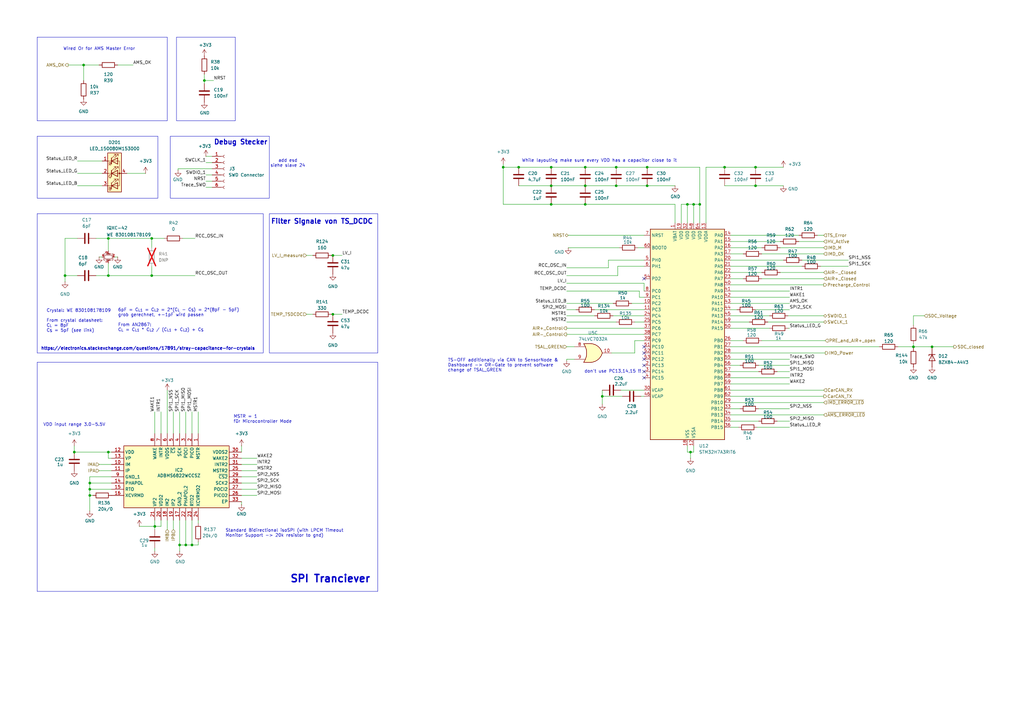
<source format=kicad_sch>
(kicad_sch
	(version 20250114)
	(generator "eeschema")
	(generator_version "9.0")
	(uuid "d4cbd48d-ba2a-4afc-b22e-0d9a16f2e6f3")
	(paper "A3")
	(title_block
		(title "Microcontroller")
		(date "2025-03-09")
		(rev "V1")
		(comment 1 "Lene Marquardt")
	)
	
	(rectangle
		(start 15.24 55.88)
		(end 64.77 81.28)
		(stroke
			(width 0)
			(type default)
		)
		(fill
			(type none)
		)
		(uuid 24cc132e-96e4-4dee-ac8d-5f18fd44235a)
	)
	(rectangle
		(start 72.39 15.24)
		(end 96.52 49.53)
		(stroke
			(width 0)
			(type default)
		)
		(fill
			(type none)
		)
		(uuid 36b5b729-083c-4118-9f4b-1d39271868e9)
	)
	(rectangle
		(start 110.49 87.63)
		(end 154.94 144.78)
		(stroke
			(width 0)
			(type default)
		)
		(fill
			(type none)
		)
		(uuid 45e99d9b-2bcc-464f-be7e-cea30d9e179a)
	)
	(rectangle
		(start 15.24 148.59)
		(end 154.94 242.57)
		(stroke
			(width 0)
			(type default)
		)
		(fill
			(type none)
		)
		(uuid 715da868-c7e9-4354-b8df-aae78f4150b7)
	)
	(rectangle
		(start 15.24 87.63)
		(end 107.95 144.78)
		(stroke
			(width 0)
			(type default)
		)
		(fill
			(type none)
		)
		(uuid 78363354-d059-469d-88ec-9dc2312f7ab3)
	)
	(rectangle
		(start 69.85 55.88)
		(end 110.49 81.28)
		(stroke
			(width 0)
			(type default)
		)
		(fill
			(type none)
		)
		(uuid ae13ac18-7df4-4699-bde5-487ea5d40f4a)
	)
	(text "SPI Tranciever"
		(exclude_from_sim no)
		(at 118.872 237.49 0)
		(effects
			(font
				(size 3 3)
				(bold yes)
			)
			(justify left)
		)
		(uuid "1ceb448b-fde3-4082-9604-1acfaed4ec4f")
	)
	(text "Filter Signale von TS_DCDC"
		(exclude_from_sim no)
		(at 132.08 90.932 0)
		(effects
			(font
				(size 2 2)
				(thickness 0.4)
				(bold yes)
			)
		)
		(uuid "302db82b-de90-4e55-a830-3886c7f42f59")
	)
	(text "https://electronics.stackexchange.com/questions/17891/stray-capacitance-for-crystals"
		(exclude_from_sim no)
		(at 16.764 143.764 0)
		(effects
			(font
				(size 1.27 1.27)
				(bold yes)
			)
			(justify left bottom)
			(href "https://electronics.stackexchange.com/questions/17891/stray-capacitance-for-crystals")
		)
		(uuid "3373a35d-0c1b-46ef-a989-264468458983")
	)
	(text "Standard Bidirectional isoSPI (with LPCM Timeout\nMonitor Support -> 20k resistor to gnd)"
		(exclude_from_sim no)
		(at 92.456 218.694 0)
		(effects
			(font
				(size 1.27 1.27)
			)
			(justify left)
		)
		(uuid "52a4d8ca-7c48-46ee-8006-dd003349bf17")
	)
	(text "Debug Stecker"
		(exclude_from_sim no)
		(at 87.63 58.42 0)
		(effects
			(font
				(size 2 2)
				(bold yes)
			)
			(justify left)
		)
		(uuid "67930a2e-0bb8-4fc8-bbed-af8e5b969339")
	)
	(text "TS-OFF additionally via CAN to SensorNode &\nDashboard -> OR-Gate to prevent software \nchange of TSAL_GREEN"
		(exclude_from_sim no)
		(at 183.642 149.86 0)
		(effects
			(font
				(size 1.27 1.27)
			)
			(justify left)
		)
		(uuid "688c7cbb-cea8-4832-b297-6aaa84ad028f")
	)
	(text "add esd\nsiehe slave 24\n"
		(exclude_from_sim no)
		(at 118.0724 66.9687 0)
		(effects
			(font
				(size 1.27 1.27)
			)
		)
		(uuid "7c65a27b-51de-4286-8a4c-71d2d5270354")
	)
	(text "VDD input range 3.0-5.5V"
		(exclude_from_sim no)
		(at 30.48 174.244 0)
		(effects
			(font
				(size 1.27 1.27)
			)
		)
		(uuid "884a3d0a-e8af-4476-b996-6cf3a8fb5b5e")
	)
	(text "Crystal: WE 830108178109\n\nFrom crystal datasheet:\nC_{L} = 8pF\nC_{S} = 5pF (see link)\n"
		(exclude_from_sim no)
		(at 19.05 136.398 0)
		(effects
			(font
				(size 1.27 1.27)
			)
			(justify left bottom)
		)
		(uuid "8efc2e74-53bd-4969-8fbf-e99f82ffce09")
	)
	(text "Wired Or for AMS Master Error"
		(exclude_from_sim no)
		(at 25.908 20.828 0)
		(effects
			(font
				(size 1.27 1.27)
			)
			(justify left bottom)
		)
		(uuid "9fd650b1-b87e-408d-9a57-648982643e5b")
	)
	(text "6pF = C_{L1} = C_{L2} = 2*(C_{L} - C_{S}) = 2*(8pF − 5pF)\ngrob gerechnet, +-1pF wird passen\n\nFrom AN2867:\nC_{L} = C_{L1} * C_{L2} / (C_{L1} + C_{L2}) + C_{S}"
		(exclude_from_sim no)
		(at 48.387 131.318 0)
		(effects
			(font
				(size 1.27 1.27)
			)
			(justify left)
		)
		(uuid "a92f2408-0a04-48a9-849a-d82923ca8b53")
	)
	(text "don't use PC13,14,15 !!"
		(exclude_from_sim no)
		(at 263.017 152.4 0)
		(effects
			(font
				(size 1.27 1.27)
			)
			(justify right)
		)
		(uuid "cec651d2-8081-47c0-a3ef-5dd0037f6f56")
	)
	(text "MSTR = 1 \nfür Microcontroller Mode"
		(exclude_from_sim no)
		(at 95.758 171.958 0)
		(effects
			(font
				(size 1.27 1.27)
			)
			(justify left)
		)
		(uuid "d0f91a6d-8cf7-48aa-9072-28d7da597213")
	)
	(text "While layouting make sure every VDD has a capacitor close to it"
		(exclude_from_sim no)
		(at 213.995 66.675 0)
		(effects
			(font
				(size 1.27 1.27)
			)
			(justify left bottom)
		)
		(uuid "ea16109f-6ffd-4346-b474-df69dc170d5f")
	)
	(junction
		(at 240.03 68.58)
		(diameter 0)
		(color 0 0 0 0)
		(uuid "03a3759d-7942-4573-b695-5b912c863175")
	)
	(junction
		(at 78.74 223.52)
		(diameter 0)
		(color 0 0 0 0)
		(uuid "0bdcac3e-efd7-49c2-8417-9c1bb6eb2a97")
	)
	(junction
		(at 76.2 223.52)
		(diameter 0)
		(color 0 0 0 0)
		(uuid "15a233be-d1cb-4e15-a56c-21e440155066")
	)
	(junction
		(at 136.525 128.905)
		(diameter 0)
		(color 0 0 0 0)
		(uuid "165bc477-af5d-4c5b-b6aa-d62516b40bb7")
	)
	(junction
		(at 265.43 68.58)
		(diameter 0)
		(color 0 0 0 0)
		(uuid "1ac0d86b-3346-4380-9c4e-fd84eda5ff34")
	)
	(junction
		(at 281.94 83.82)
		(diameter 0)
		(color 0 0 0 0)
		(uuid "1cadb882-39af-42e7-9c67-f905bc76f91b")
	)
	(junction
		(at 63.5 215.9)
		(diameter 0)
		(color 0 0 0 0)
		(uuid "2114b612-ee51-4a65-a2e0-fde9060d55d9")
	)
	(junction
		(at 30.48 185.42)
		(diameter 0)
		(color 0 0 0 0)
		(uuid "2d649f02-74d9-4331-9753-1e414e6ad364")
	)
	(junction
		(at 226.06 68.58)
		(diameter 0)
		(color 0 0 0 0)
		(uuid "2dadbd81-6752-4a2d-bcfc-7e356c694396")
	)
	(junction
		(at 265.43 76.2)
		(diameter 0)
		(color 0 0 0 0)
		(uuid "324a3ec4-9c79-484f-ae41-c370eff054f6")
	)
	(junction
		(at 226.06 76.2)
		(diameter 0)
		(color 0 0 0 0)
		(uuid "35fab18d-4b89-49f0-8e62-384749737e82")
	)
	(junction
		(at 240.03 83.82)
		(diameter 0)
		(color 0 0 0 0)
		(uuid "42a8f210-badb-468f-94fa-81e5736d4256")
	)
	(junction
		(at 36.83 200.66)
		(diameter 0)
		(color 0 0 0 0)
		(uuid "438d390c-af45-4f22-9095-2eba56b4992a")
	)
	(junction
		(at 212.725 68.58)
		(diameter 0)
		(color 0 0 0 0)
		(uuid "45398bb8-6a78-40fa-be38-94a86f90e4ae")
	)
	(junction
		(at 247.015 162.56)
		(diameter 0)
		(color 0 0 0 0)
		(uuid "4671708f-c373-4145-bfa1-4cfd8dda75a8")
	)
	(junction
		(at 44.45 185.42)
		(diameter 0)
		(color 0 0 0 0)
		(uuid "486a2831-f324-4d13-87c1-b5e52f36a9fe")
	)
	(junction
		(at 34.29 26.67)
		(diameter 0)
		(color 0 0 0 0)
		(uuid "48bb254d-2b9e-45bb-b8ae-b26c606ff031")
	)
	(junction
		(at 73.66 223.52)
		(diameter 0)
		(color 0 0 0 0)
		(uuid "5086481a-28db-4982-a30a-4151f5393db9")
	)
	(junction
		(at 83.82 33.02)
		(diameter 0)
		(color 0 0 0 0)
		(uuid "532dad08-8663-4e1e-9c1f-8b44124c8313")
	)
	(junction
		(at 36.83 203.2)
		(diameter 0)
		(color 0 0 0 0)
		(uuid "5f06b2f7-39fc-4fc5-800f-01686ad793e3")
	)
	(junction
		(at 44.45 97.79)
		(diameter 0)
		(color 0 0 0 0)
		(uuid "61ea1dbc-0d03-4d1b-958f-ab760b1feb79")
	)
	(junction
		(at 62.23 97.79)
		(diameter 0)
		(color 0 0 0 0)
		(uuid "62f11a41-7da3-420c-b990-e1adb728237e")
	)
	(junction
		(at 62.23 113.03)
		(diameter 0)
		(color 0 0 0 0)
		(uuid "7536a4ed-ffca-4408-a8bf-f575f0e80888")
	)
	(junction
		(at 240.03 76.2)
		(diameter 0)
		(color 0 0 0 0)
		(uuid "759aff39-a69a-4266-9a6a-d6415f40e298")
	)
	(junction
		(at 297.18 68.58)
		(diameter 0)
		(color 0 0 0 0)
		(uuid "77a56be9-955f-4571-9ad3-0e7454908812")
	)
	(junction
		(at 226.06 83.82)
		(diameter 0)
		(color 0 0 0 0)
		(uuid "7b1bedb7-da78-402f-81ac-23e0862798bd")
	)
	(junction
		(at 284.48 83.82)
		(diameter 0)
		(color 0 0 0 0)
		(uuid "83a1a13f-8f95-4fd7-993a-410e5767a6e5")
	)
	(junction
		(at 36.83 198.12)
		(diameter 0)
		(color 0 0 0 0)
		(uuid "8b23486f-ba01-4e11-bb05-a57dac40a2fd")
	)
	(junction
		(at 44.45 113.03)
		(diameter 0)
		(color 0 0 0 0)
		(uuid "946bddeb-f542-47b4-8419-d10fd34a40d1")
	)
	(junction
		(at 252.73 76.2)
		(diameter 0)
		(color 0 0 0 0)
		(uuid "98983af6-1101-48a2-b256-db30160608b2")
	)
	(junction
		(at 382.27 142.24)
		(diameter 0)
		(color 0 0 0 0)
		(uuid "9a023309-2643-4375-a693-c4919439ed19")
	)
	(junction
		(at 309.88 76.2)
		(diameter 0)
		(color 0 0 0 0)
		(uuid "a5806e8a-d37e-4948-a53a-b6afb68ef21b")
	)
	(junction
		(at 287.02 83.82)
		(diameter 0)
		(color 0 0 0 0)
		(uuid "b0e8881d-6617-4536-ba53-a3732dec8500")
	)
	(junction
		(at 26.67 113.03)
		(diameter 0)
		(color 0 0 0 0)
		(uuid "c822f036-2704-4c86-afb0-23139aeb37a4")
	)
	(junction
		(at 374.65 142.24)
		(diameter 0)
		(color 0 0 0 0)
		(uuid "cfc23479-1c19-4a44-8caa-cf59e3b08709")
	)
	(junction
		(at 283.21 185.42)
		(diameter 0)
		(color 0 0 0 0)
		(uuid "d2ebf59c-22bf-43e2-bef8-48cc74b1becc")
	)
	(junction
		(at 136.525 104.775)
		(diameter 0)
		(color 0 0 0 0)
		(uuid "e248cf90-c2bb-4850-8441-b8d883a996e7")
	)
	(junction
		(at 252.73 68.58)
		(diameter 0)
		(color 0 0 0 0)
		(uuid "f2b79fa5-4967-4f5c-8e54-15e2d092b7d8")
	)
	(junction
		(at 309.88 68.58)
		(diameter 0)
		(color 0 0 0 0)
		(uuid "f5ba06c7-f412-4dc9-a9e5-3f8b0dc45b8c")
	)
	(junction
		(at 206.375 68.58)
		(diameter 0)
		(color 0 0 0 0)
		(uuid "f8cd8aad-e10e-4f71-8ff1-e1a485f1cf10")
	)
	(no_connect
		(at 264.16 152.4)
		(uuid "09782c6c-ff33-476e-a56b-a618e4fbf1a2")
	)
	(no_connect
		(at 264.16 149.86)
		(uuid "108a9a41-46b4-4dec-91b8-109c1209fe26")
	)
	(no_connect
		(at 264.16 142.24)
		(uuid "43d10757-0d33-4fc0-b2ce-24c52d3a008e")
	)
	(no_connect
		(at 264.16 147.32)
		(uuid "4803c1d0-8786-40db-9594-df5fcebcf2ca")
	)
	(no_connect
		(at 264.16 154.94)
		(uuid "733a0102-f356-47b8-8fec-082fe40bdc77")
	)
	(no_connect
		(at 264.16 114.3)
		(uuid "b184f892-72e9-45d8-b1e6-a06dba188098")
	)
	(no_connect
		(at 264.16 144.78)
		(uuid "d8a10bae-fe23-4de8-948e-da4248197c1a")
	)
	(wire
		(pts
			(xy 63.5 168.91) (xy 63.5 177.8)
		)
		(stroke
			(width 0)
			(type default)
		)
		(uuid "00680034-97a5-4bd5-bdf4-467ada102e37")
	)
	(wire
		(pts
			(xy 299.72 157.48) (xy 323.85 157.48)
		)
		(stroke
			(width 0)
			(type default)
		)
		(uuid "00780eb1-200a-4a3c-a7b3-5dce6b99c1fb")
	)
	(wire
		(pts
			(xy 31.75 66.04) (xy 41.91 66.04)
		)
		(stroke
			(width 0)
			(type default)
		)
		(uuid "00a9b31c-e82d-453a-be58-b4abc5ac351d")
	)
	(wire
		(pts
			(xy 299.72 106.68) (xy 321.31 106.68)
		)
		(stroke
			(width 0)
			(type default)
		)
		(uuid "02f7b788-3c8f-4b6f-aae5-cd2a41936084")
	)
	(wire
		(pts
			(xy 299.72 134.62) (xy 315.595 134.62)
		)
		(stroke
			(width 0)
			(type default)
		)
		(uuid "03c91292-e56b-4a61-b3ab-d1babc930d6b")
	)
	(wire
		(pts
			(xy 287.02 83.82) (xy 284.48 83.82)
		)
		(stroke
			(width 0)
			(type default)
		)
		(uuid "05bfeaa0-df4f-428a-b82c-80c6e1c08c26")
	)
	(wire
		(pts
			(xy 44.45 107.95) (xy 44.45 113.03)
		)
		(stroke
			(width 0)
			(type default)
		)
		(uuid "05dacf05-9574-44b2-bdb6-b8e1e819a626")
	)
	(wire
		(pts
			(xy 323.85 147.32) (xy 299.72 147.32)
		)
		(stroke
			(width 0)
			(type default)
		)
		(uuid "063a7988-9534-41f9-a2cb-597aec8ea15d")
	)
	(wire
		(pts
			(xy 99.06 207.01) (xy 99.06 205.74)
		)
		(stroke
			(width 0)
			(type default)
		)
		(uuid "07ec716f-8648-4939-87cf-2f7ae3cdb109")
	)
	(wire
		(pts
			(xy 52.07 71.12) (xy 59.69 71.12)
		)
		(stroke
			(width 0)
			(type default)
		)
		(uuid "093536f8-5053-4960-ae82-b79e98fbf0c3")
	)
	(wire
		(pts
			(xy 309.88 127) (xy 323.85 127)
		)
		(stroke
			(width 0)
			(type default)
		)
		(uuid "093d2c78-4708-457d-a40e-f76975ada812")
	)
	(wire
		(pts
			(xy 105.41 203.2) (xy 99.06 203.2)
		)
		(stroke
			(width 0)
			(type default)
		)
		(uuid "09d9000c-4013-45ce-9be9-6a959d0461f9")
	)
	(wire
		(pts
			(xy 40.64 26.67) (xy 34.29 26.67)
		)
		(stroke
			(width 0)
			(type default)
		)
		(uuid "0c9f274e-3616-4c1a-b856-4198cde2b8ac")
	)
	(wire
		(pts
			(xy 281.94 83.82) (xy 281.94 91.44)
		)
		(stroke
			(width 0)
			(type default)
		)
		(uuid "0db05391-ac84-42d0-b65f-6b929c530013")
	)
	(wire
		(pts
			(xy 36.83 203.2) (xy 38.1 203.2)
		)
		(stroke
			(width 0)
			(type default)
		)
		(uuid "0ec3642d-6dcf-401b-a706-a8ba81976b81")
	)
	(wire
		(pts
			(xy 62.23 97.79) (xy 67.31 97.79)
		)
		(stroke
			(width 0)
			(type default)
		)
		(uuid "0f718aac-c884-4e5c-b7df-20e8927e2457")
	)
	(wire
		(pts
			(xy 318.77 152.4) (xy 323.85 152.4)
		)
		(stroke
			(width 0)
			(type default)
		)
		(uuid "0fd940ff-2edc-4728-b47f-40fa11c3948c")
	)
	(wire
		(pts
			(xy 36.83 200.66) (xy 45.72 200.66)
		)
		(stroke
			(width 0)
			(type default)
		)
		(uuid "118fe7bc-9767-45f8-903d-1810437ca54d")
	)
	(wire
		(pts
			(xy 265.43 68.58) (xy 252.73 68.58)
		)
		(stroke
			(width 0)
			(type default)
		)
		(uuid "12477c27-c8bf-457d-92b6-181d550bc1a2")
	)
	(wire
		(pts
			(xy 84.455 64.135) (xy 86.995 64.135)
		)
		(stroke
			(width 0)
			(type default)
		)
		(uuid "143b2090-2db0-4539-b3f4-b3e9700d7a87")
	)
	(wire
		(pts
			(xy 63.5 226.06) (xy 63.5 224.79)
		)
		(stroke
			(width 0)
			(type default)
		)
		(uuid "14915c9f-a9d5-45f2-97fd-6c2d802f9fcc")
	)
	(wire
		(pts
			(xy 73.025 69.215) (xy 86.995 69.215)
		)
		(stroke
			(width 0)
			(type default)
		)
		(uuid "1664bc48-c024-413e-bf74-ef0a86a409f2")
	)
	(wire
		(pts
			(xy 262.255 119.38) (xy 232.41 119.38)
		)
		(stroke
			(width 0)
			(type default)
		)
		(uuid "178934d5-c390-4560-b6ac-a89cf04c89a8")
	)
	(wire
		(pts
			(xy 125.73 104.775) (xy 128.27 104.775)
		)
		(stroke
			(width 0)
			(type default)
		)
		(uuid "17f30114-74f4-44bd-b25f-cc7e9837e654")
	)
	(wire
		(pts
			(xy 76.2 213.36) (xy 76.2 223.52)
		)
		(stroke
			(width 0)
			(type default)
		)
		(uuid "194cd2ba-0305-483f-aa18-7024c02537e1")
	)
	(wire
		(pts
			(xy 297.18 68.58) (xy 309.88 68.58)
		)
		(stroke
			(width 0)
			(type default)
		)
		(uuid "1d28ca35-75b3-43fb-a999-b944f387b3eb")
	)
	(wire
		(pts
			(xy 335.28 96.52) (xy 337.82 96.52)
		)
		(stroke
			(width 0)
			(type default)
		)
		(uuid "1d43c982-4421-4ee2-99a4-8b8985d009e4")
	)
	(wire
		(pts
			(xy 81.28 214.63) (xy 81.28 213.36)
		)
		(stroke
			(width 0)
			(type default)
		)
		(uuid "2049c6bc-b2fc-4f0a-b35c-7de66158ae11")
	)
	(wire
		(pts
			(xy 252.73 68.58) (xy 240.03 68.58)
		)
		(stroke
			(width 0)
			(type default)
		)
		(uuid "225eb5af-3b1d-435c-869c-85ac75a03f1e")
	)
	(polyline
		(pts
			(xy 15.24 15.24) (xy 15.24 49.53)
		)
		(stroke
			(width 0)
			(type default)
		)
		(uuid "238526c7-f555-4ce0-b311-d60e0694135e")
	)
	(wire
		(pts
			(xy 34.29 33.02) (xy 34.29 26.67)
		)
		(stroke
			(width 0)
			(type default)
		)
		(uuid "23ebeaff-3812-4872-b1ba-2dc51a5a126b")
	)
	(wire
		(pts
			(xy 105.41 187.96) (xy 99.06 187.96)
		)
		(stroke
			(width 0)
			(type default)
		)
		(uuid "24eee8e6-f3a3-42c4-8c7f-a53c166148e9")
	)
	(wire
		(pts
			(xy 27.94 26.67) (xy 34.29 26.67)
		)
		(stroke
			(width 0)
			(type default)
		)
		(uuid "2788495c-0df5-4c4b-92cf-214e951539aa")
	)
	(wire
		(pts
			(xy 299.72 165.1) (xy 337.82 165.1)
		)
		(stroke
			(width 0)
			(type default)
		)
		(uuid "2a029748-095e-42ea-828b-180af345b971")
	)
	(wire
		(pts
			(xy 249.555 109.855) (xy 249.555 106.68)
		)
		(stroke
			(width 0)
			(type default)
		)
		(uuid "2a7f6a50-afd3-492e-bd70-7b409c8673a9")
	)
	(wire
		(pts
			(xy 287.02 91.44) (xy 287.02 83.82)
		)
		(stroke
			(width 0)
			(type default)
		)
		(uuid "2aa30e83-edec-4e18-999d-d058d4aeeb9e")
	)
	(wire
		(pts
			(xy 281.94 185.42) (xy 281.94 182.88)
		)
		(stroke
			(width 0)
			(type default)
		)
		(uuid "2e49942b-ac45-44b6-bed9-cd4a503b4422")
	)
	(wire
		(pts
			(xy 374.65 142.24) (xy 368.3 142.24)
		)
		(stroke
			(width 0)
			(type default)
		)
		(uuid "2f04480a-e03d-4813-bb05-547edc72750d")
	)
	(wire
		(pts
			(xy 320.04 111.76) (xy 337.82 111.76)
		)
		(stroke
			(width 0)
			(type default)
		)
		(uuid "2f4a5107-f814-46aa-99a4-a10adc9460ab")
	)
	(wire
		(pts
			(xy 226.06 83.82) (xy 240.03 83.82)
		)
		(stroke
			(width 0)
			(type default)
		)
		(uuid "2fe411ab-e7de-4ab0-b3cb-83b3bf707ab6")
	)
	(wire
		(pts
			(xy 299.72 167.64) (xy 303.53 167.64)
		)
		(stroke
			(width 0)
			(type default)
		)
		(uuid "308f70fb-ed3c-435e-b194-18230da38494")
	)
	(wire
		(pts
			(xy 83.82 33.02) (xy 83.82 30.48)
		)
		(stroke
			(width 0)
			(type default)
		)
		(uuid "318a4035-f6bc-47f1-9fc9-9de77f999fac")
	)
	(wire
		(pts
			(xy 62.23 97.79) (xy 62.23 101.6)
		)
		(stroke
			(width 0)
			(type default)
		)
		(uuid "33a4dcd9-2e04-4396-b9b6-d477cfbcc6aa")
	)
	(wire
		(pts
			(xy 309.88 68.58) (xy 321.31 68.58)
		)
		(stroke
			(width 0)
			(type default)
		)
		(uuid "33f361c7-0379-4bc0-af57-6f9045b3aca3")
	)
	(wire
		(pts
			(xy 206.375 68.58) (xy 206.375 83.82)
		)
		(stroke
			(width 0)
			(type default)
		)
		(uuid "36b84adb-d320-4c6e-bf82-b57c31cb2ce0")
	)
	(wire
		(pts
			(xy 250.825 144.78) (xy 260.35 144.78)
		)
		(stroke
			(width 0)
			(type default)
		)
		(uuid "3a6a8bb0-d9b1-4d15-b59c-fc266e250ebd")
	)
	(wire
		(pts
			(xy 289.56 68.58) (xy 289.56 91.44)
		)
		(stroke
			(width 0)
			(type default)
		)
		(uuid "3bfb1518-a944-4c61-8f2e-0dc2788576ae")
	)
	(wire
		(pts
			(xy 299.72 109.22) (xy 328.93 109.22)
		)
		(stroke
			(width 0)
			(type default)
		)
		(uuid "3e690463-c5b7-4f63-b5df-223b6c7357fb")
	)
	(wire
		(pts
			(xy 309.88 76.2) (xy 321.31 76.2)
		)
		(stroke
			(width 0)
			(type default)
		)
		(uuid "3eb11b06-3b87-4e88-a93e-7ca5db894309")
	)
	(wire
		(pts
			(xy 299.72 152.4) (xy 311.15 152.4)
		)
		(stroke
			(width 0)
			(type default)
		)
		(uuid "3f1a0e57-8ded-4e73-ab9b-99415d1c8e10")
	)
	(wire
		(pts
			(xy 73.66 223.52) (xy 73.66 226.06)
		)
		(stroke
			(width 0)
			(type default)
		)
		(uuid "409dddb9-0fa7-4df1-897d-ecb55481ba4b")
	)
	(wire
		(pts
			(xy 314.96 132.08) (xy 337.82 132.08)
		)
		(stroke
			(width 0)
			(type default)
		)
		(uuid "43925c8b-cf1b-493f-be95-3cff1dac5591")
	)
	(wire
		(pts
			(xy 323.85 175.26) (xy 310.515 175.26)
		)
		(stroke
			(width 0)
			(type default)
		)
		(uuid "45e4f02e-1490-4cb8-8916-130ca7ed7d02")
	)
	(wire
		(pts
			(xy 247.015 165.735) (xy 247.015 162.56)
		)
		(stroke
			(width 0)
			(type default)
		)
		(uuid "463a761d-a43f-4a8a-85d3-3045350e75b6")
	)
	(wire
		(pts
			(xy 299.72 121.92) (xy 323.85 121.92)
		)
		(stroke
			(width 0)
			(type default)
		)
		(uuid "4671f80b-3da7-49f2-916d-03fcbff02cab")
	)
	(wire
		(pts
			(xy 136.525 104.775) (xy 140.335 104.775)
		)
		(stroke
			(width 0)
			(type default)
		)
		(uuid "47a18d77-d110-4968-bbc7-542184421870")
	)
	(wire
		(pts
			(xy 279.4 83.82) (xy 281.94 83.82)
		)
		(stroke
			(width 0)
			(type default)
		)
		(uuid "488a6a2e-3720-4c0c-a765-55417eac8b23")
	)
	(wire
		(pts
			(xy 264.16 116.205) (xy 264.16 119.38)
		)
		(stroke
			(width 0)
			(type default)
		)
		(uuid "48a1f6da-f452-4451-ab46-4a3b58b74ab0")
	)
	(wire
		(pts
			(xy 36.83 195.58) (xy 36.83 198.12)
		)
		(stroke
			(width 0)
			(type default)
		)
		(uuid "49579628-2159-4a0f-a0e8-e79f648f259f")
	)
	(wire
		(pts
			(xy 136.525 128.905) (xy 140.335 128.905)
		)
		(stroke
			(width 0)
			(type default)
		)
		(uuid "4c94e72a-6dde-49c6-b0ec-9b622f11efed")
	)
	(wire
		(pts
			(xy 260.35 132.08) (xy 264.16 132.08)
		)
		(stroke
			(width 0)
			(type default)
		)
		(uuid "4cbf7ad5-8041-44d5-9a00-810e7f13420d")
	)
	(wire
		(pts
			(xy 45.72 185.42) (xy 44.45 185.42)
		)
		(stroke
			(width 0)
			(type default)
		)
		(uuid "4d92dedc-d545-4f84-bcae-6701d8379726")
	)
	(wire
		(pts
			(xy 78.74 213.36) (xy 78.74 223.52)
		)
		(stroke
			(width 0)
			(type default)
		)
		(uuid "4dd6d879-a044-4359-bc44-2695a68743e8")
	)
	(wire
		(pts
			(xy 264.16 121.92) (xy 262.255 121.92)
		)
		(stroke
			(width 0)
			(type default)
		)
		(uuid "4e0b7e54-ff49-4a6d-890c-0e0c5cd5fb38")
	)
	(wire
		(pts
			(xy 374.65 129.54) (xy 379.095 129.54)
		)
		(stroke
			(width 0)
			(type default)
		)
		(uuid "52a6f410-c16b-4dc7-949f-33ce1b591997")
	)
	(wire
		(pts
			(xy 84.455 74.295) (xy 86.995 74.295)
		)
		(stroke
			(width 0)
			(type default)
		)
		(uuid "555c0108-78ef-4070-800a-3e514b075b40")
	)
	(wire
		(pts
			(xy 374.65 133.35) (xy 374.65 129.54)
		)
		(stroke
			(width 0)
			(type default)
		)
		(uuid "55fe2fc1-0386-4040-a24e-57af6ecf00a4")
	)
	(wire
		(pts
			(xy 76.2 168.91) (xy 76.2 177.8)
		)
		(stroke
			(width 0)
			(type default)
		)
		(uuid "56a750c9-864c-4959-bcc2-a7bedb427b8e")
	)
	(wire
		(pts
			(xy 318.77 172.72) (xy 323.85 172.72)
		)
		(stroke
			(width 0)
			(type default)
		)
		(uuid "576240cf-4f25-4953-8054-c7c3265420e0")
	)
	(wire
		(pts
			(xy 240.03 76.2) (xy 226.06 76.2)
		)
		(stroke
			(width 0)
			(type default)
		)
		(uuid "59ed0714-c9cc-4967-b971-dcfc6b84dc4b")
	)
	(wire
		(pts
			(xy 81.28 168.91) (xy 81.28 177.8)
		)
		(stroke
			(width 0)
			(type default)
		)
		(uuid "5a36365f-b208-4493-a2cb-328ddd8939ac")
	)
	(wire
		(pts
			(xy 31.75 71.12) (xy 41.91 71.12)
		)
		(stroke
			(width 0)
			(type default)
		)
		(uuid "5b76c094-66e3-4ab5-a0c2-cc286faf2f27")
	)
	(wire
		(pts
			(xy 26.67 113.03) (xy 31.75 113.03)
		)
		(stroke
			(width 0)
			(type default)
		)
		(uuid "5cd6c35e-d59f-486c-bbdf-15e5cba5e7d4")
	)
	(wire
		(pts
			(xy 40.64 105.41) (xy 41.91 105.41)
		)
		(stroke
			(width 0)
			(type default)
		)
		(uuid "5d1e16a2-d53e-437a-9917-ca4ed0b0af1a")
	)
	(wire
		(pts
			(xy 284.48 83.82) (xy 284.48 91.44)
		)
		(stroke
			(width 0)
			(type default)
		)
		(uuid "5e32db61-448c-4888-99e6-547b5f404cfa")
	)
	(wire
		(pts
			(xy 382.27 142.24) (xy 391.16 142.24)
		)
		(stroke
			(width 0)
			(type default)
		)
		(uuid "5f6a5bac-3f06-4a85-9787-fa7e5da6d6a8")
	)
	(wire
		(pts
			(xy 71.12 213.36) (xy 71.12 217.17)
		)
		(stroke
			(width 0)
			(type default)
		)
		(uuid "601b796b-692d-4529-a284-6a0c29c8ccf4")
	)
	(wire
		(pts
			(xy 304.8 139.7) (xy 299.72 139.7)
		)
		(stroke
			(width 0)
			(type default)
		)
		(uuid "602900bf-ac3f-4e12-b454-716e438dfd31")
	)
	(wire
		(pts
			(xy 62.23 113.03) (xy 80.01 113.03)
		)
		(stroke
			(width 0)
			(type default)
		)
		(uuid "62ab04d7-fb92-452d-a050-cb4fb23ac2c2")
	)
	(wire
		(pts
			(xy 105.41 198.12) (xy 99.06 198.12)
		)
		(stroke
			(width 0)
			(type default)
		)
		(uuid "6422c38a-a32c-4b10-9e29-9fd1b01cbf8c")
	)
	(wire
		(pts
			(xy 44.45 97.79) (xy 44.45 102.87)
		)
		(stroke
			(width 0)
			(type default)
		)
		(uuid "64ed5c78-bd95-48d1-9437-3b33e17547a7")
	)
	(wire
		(pts
			(xy 284.48 185.42) (xy 283.21 185.42)
		)
		(stroke
			(width 0)
			(type default)
		)
		(uuid "64fc87ff-b976-491c-afb0-d9fab13051a7")
	)
	(wire
		(pts
			(xy 83.82 34.29) (xy 83.82 33.02)
		)
		(stroke
			(width 0)
			(type default)
		)
		(uuid "6590619b-87da-4786-90fe-ee4e26f56ff5")
	)
	(wire
		(pts
			(xy 63.5 215.9) (xy 66.04 215.9)
		)
		(stroke
			(width 0)
			(type default)
		)
		(uuid "671a02a0-7df9-4b8c-ab7b-4412d64d033f")
	)
	(wire
		(pts
			(xy 63.5 213.36) (xy 63.5 215.9)
		)
		(stroke
			(width 0)
			(type default)
		)
		(uuid "6964b913-71bf-4ab1-9199-65221011348c")
	)
	(wire
		(pts
			(xy 105.41 190.5) (xy 99.06 190.5)
		)
		(stroke
			(width 0)
			(type default)
		)
		(uuid "6a7eca51-750e-4920-b286-cdee17a00b1d")
	)
	(wire
		(pts
			(xy 251.46 129.54) (xy 264.16 129.54)
		)
		(stroke
			(width 0)
			(type default)
		)
		(uuid "6b99a32a-8938-4658-ba70-3ac1430f5122")
	)
	(polyline
		(pts
			(xy 15.24 15.24) (xy 68.58 15.24)
		)
		(stroke
			(width 0)
			(type default)
		)
		(uuid "6bff358d-5b0d-49a0-a8e1-d1f6fe2262f2")
	)
	(wire
		(pts
			(xy 299.72 170.18) (xy 337.82 170.18)
		)
		(stroke
			(width 0)
			(type default)
		)
		(uuid "6c75816e-4368-4389-90f4-46da2a72b1ca")
	)
	(wire
		(pts
			(xy 84.455 66.675) (xy 86.995 66.675)
		)
		(stroke
			(width 0)
			(type default)
		)
		(uuid "6d560220-9c03-4e28-8967-84de80a8a673")
	)
	(wire
		(pts
			(xy 30.48 185.42) (xy 44.45 185.42)
		)
		(stroke
			(width 0)
			(type default)
		)
		(uuid "6d591816-b053-4ff8-8d12-742f838cf6ce")
	)
	(wire
		(pts
			(xy 260.35 144.78) (xy 260.35 139.7)
		)
		(stroke
			(width 0)
			(type default)
		)
		(uuid "6e9dbc53-e860-4916-b34c-00d74d6a3cc6")
	)
	(wire
		(pts
			(xy 36.83 209.55) (xy 36.83 203.2)
		)
		(stroke
			(width 0)
			(type default)
		)
		(uuid "6f9bcdce-4831-4fa2-bc80-96c517c912cf")
	)
	(wire
		(pts
			(xy 249.555 106.68) (xy 264.16 106.68)
		)
		(stroke
			(width 0)
			(type default)
		)
		(uuid "7032e00b-c3ce-4f7f-937d-dfa230d59276")
	)
	(wire
		(pts
			(xy 73.66 213.36) (xy 73.66 223.52)
		)
		(stroke
			(width 0)
			(type default)
		)
		(uuid "714c41b3-cb70-4860-bd28-3a190e0fdf68")
	)
	(wire
		(pts
			(xy 299.72 101.6) (xy 312.42 101.6)
		)
		(stroke
			(width 0)
			(type default)
		)
		(uuid "7201b30b-9769-4c49-9460-b5e17cc0df7c")
	)
	(wire
		(pts
			(xy 105.41 195.58) (xy 99.06 195.58)
		)
		(stroke
			(width 0)
			(type default)
		)
		(uuid "7428e4b6-948c-4fd1-baf4-e28e44882cb6")
	)
	(wire
		(pts
			(xy 287.02 68.58) (xy 287.02 83.82)
		)
		(stroke
			(width 0)
			(type default)
		)
		(uuid "74ee2d01-107f-472a-b515-6bc56d09988f")
	)
	(wire
		(pts
			(xy 320.04 101.6) (xy 337.82 101.6)
		)
		(stroke
			(width 0)
			(type default)
		)
		(uuid "76018a57-848e-4eb7-a19f-e29d7ba32310")
	)
	(wire
		(pts
			(xy 233.045 96.52) (xy 264.16 96.52)
		)
		(stroke
			(width 0)
			(type default)
		)
		(uuid "77f672f0-77ca-49e0-a6cd-c782bcb95a7d")
	)
	(wire
		(pts
			(xy 40.64 190.5) (xy 45.72 190.5)
		)
		(stroke
			(width 0)
			(type default)
		)
		(uuid "78d2cc2e-73b4-4de8-90ef-1313dab530cf")
	)
	(wire
		(pts
			(xy 44.45 113.03) (xy 62.23 113.03)
		)
		(stroke
			(width 0)
			(type default)
		)
		(uuid "7a16b3bc-f197-4011-bc2e-a943809abec5")
	)
	(wire
		(pts
			(xy 36.83 198.12) (xy 36.83 200.66)
		)
		(stroke
			(width 0)
			(type default)
		)
		(uuid "7c7e692e-0cb0-45c8-add6-458b74d9e863")
	)
	(polyline
		(pts
			(xy 68.58 49.53) (xy 68.58 15.24)
		)
		(stroke
			(width 0)
			(type default)
		)
		(uuid "7ce1cde6-cb3b-49cc-9e1e-9dc9fca4ce8d")
	)
	(wire
		(pts
			(xy 262.255 121.92) (xy 262.255 119.38)
		)
		(stroke
			(width 0)
			(type default)
		)
		(uuid "7e4aa4ec-62ae-471d-9905-16b1653e9fae")
	)
	(wire
		(pts
			(xy 30.48 182.88) (xy 30.48 185.42)
		)
		(stroke
			(width 0)
			(type default)
		)
		(uuid "7ea3fb13-52fb-4bed-9167-c203dcff5bb8")
	)
	(wire
		(pts
			(xy 63.5 215.9) (xy 63.5 217.17)
		)
		(stroke
			(width 0)
			(type default)
		)
		(uuid "7f7ee88d-dd53-46de-97ce-d0367a038a39")
	)
	(wire
		(pts
			(xy 337.82 160.02) (xy 299.72 160.02)
		)
		(stroke
			(width 0)
			(type default)
		)
		(uuid "8186ff37-c7a7-4d11-a409-c60fc5790a67")
	)
	(wire
		(pts
			(xy 73.66 168.91) (xy 73.66 177.8)
		)
		(stroke
			(width 0)
			(type default)
		)
		(uuid "819891ee-3ee8-4d63-990c-4fbf7535b907")
	)
	(wire
		(pts
			(xy 265.43 68.58) (xy 287.02 68.58)
		)
		(stroke
			(width 0)
			(type default)
		)
		(uuid "821f441e-ffc6-4064-ae78-862156d91918")
	)
	(wire
		(pts
			(xy 232.41 142.24) (xy 235.585 142.24)
		)
		(stroke
			(width 0)
			(type default)
		)
		(uuid "8261c03a-c7a5-47bd-8097-6064ec2a5eed")
	)
	(wire
		(pts
			(xy 299.72 114.3) (xy 304.8 114.3)
		)
		(stroke
			(width 0)
			(type default)
		)
		(uuid "8410ccea-65fd-484b-ac05-461166d0cd1f")
	)
	(wire
		(pts
			(xy 262.89 162.56) (xy 264.16 162.56)
		)
		(stroke
			(width 0)
			(type default)
		)
		(uuid "886dd26c-bf97-45c1-a735-e778e27c1ab1")
	)
	(wire
		(pts
			(xy 39.37 113.03) (xy 44.45 113.03)
		)
		(stroke
			(width 0)
			(type default)
		)
		(uuid "88c366cc-f529-42cb-bd04-cab4d5a10e0b")
	)
	(wire
		(pts
			(xy 276.86 76.2) (xy 265.43 76.2)
		)
		(stroke
			(width 0)
			(type default)
		)
		(uuid "8b553a5b-83d8-4866-990e-992de37eb78a")
	)
	(wire
		(pts
			(xy 253.365 109.22) (xy 264.16 109.22)
		)
		(stroke
			(width 0)
			(type default)
		)
		(uuid "8c30bb87-143f-4f6d-acc6-139cb40b24f1")
	)
	(wire
		(pts
			(xy 374.65 142.24) (xy 382.27 142.24)
		)
		(stroke
			(width 0)
			(type default)
		)
		(uuid "8d107da1-a234-4ec1-bbdb-edc35cc62c0f")
	)
	(wire
		(pts
			(xy 233.045 101.6) (xy 254 101.6)
		)
		(stroke
			(width 0)
			(type default)
		)
		(uuid "8d6bc934-2623-493c-ba2e-d4781f31b4d0")
	)
	(wire
		(pts
			(xy 232.41 137.16) (xy 264.16 137.16)
		)
		(stroke
			(width 0)
			(type default)
		)
		(uuid "8d98db1d-0174-47b2-abb8-91e2f684b928")
	)
	(wire
		(pts
			(xy 232.41 127) (xy 236.22 127)
		)
		(stroke
			(width 0)
			(type default)
		)
		(uuid "8e978312-91e2-4f25-b27d-fd57067143ff")
	)
	(wire
		(pts
			(xy 382.27 142.24) (xy 382.27 142.875)
		)
		(stroke
			(width 0)
			(type default)
		)
		(uuid "8eaa8a79-867d-446e-8884-e6b1a104abad")
	)
	(wire
		(pts
			(xy 299.72 144.78) (xy 338.455 144.78)
		)
		(stroke
			(width 0)
			(type default)
		)
		(uuid "91551266-d158-4424-aca0-1f83f024e001")
	)
	(wire
		(pts
			(xy 299.72 124.46) (xy 323.85 124.46)
		)
		(stroke
			(width 0)
			(type default)
		)
		(uuid "9202fbb0-074e-4659-ac4c-dc4924563fa1")
	)
	(wire
		(pts
			(xy 232.41 116.205) (xy 264.16 116.205)
		)
		(stroke
			(width 0)
			(type default)
		)
		(uuid "9360e03d-2b73-41c3-b564-efd0ab6cfe4a")
	)
	(wire
		(pts
			(xy 232.41 132.08) (xy 252.73 132.08)
		)
		(stroke
			(width 0)
			(type default)
		)
		(uuid "93b17a71-3d0e-4e94-a9e2-23f5763fc743")
	)
	(wire
		(pts
			(xy 264.16 124.46) (xy 259.08 124.46)
		)
		(stroke
			(width 0)
			(type default)
		)
		(uuid "93c84bdb-1b47-4cc6-b9d2-ea09c1ac1412")
	)
	(wire
		(pts
			(xy 299.72 111.76) (xy 312.42 111.76)
		)
		(stroke
			(width 0)
			(type default)
		)
		(uuid "94b36d62-d9f1-419a-b7e7-d468924ccee7")
	)
	(wire
		(pts
			(xy 252.73 76.2) (xy 265.43 76.2)
		)
		(stroke
			(width 0)
			(type default)
		)
		(uuid "95fb3ba3-9573-40e7-aae5-543478fed1d1")
	)
	(wire
		(pts
			(xy 206.375 68.58) (xy 212.725 68.58)
		)
		(stroke
			(width 0)
			(type default)
		)
		(uuid "9628c997-3bfd-4491-96ca-b6e35412e8b5")
	)
	(wire
		(pts
			(xy 99.06 182.88) (xy 99.06 185.42)
		)
		(stroke
			(width 0)
			(type default)
		)
		(uuid "973ffe2e-94a8-4e1b-be37-3a25d97339df")
	)
	(wire
		(pts
			(xy 105.41 193.04) (xy 99.06 193.04)
		)
		(stroke
			(width 0)
			(type default)
		)
		(uuid "97ac9df8-f3d5-4b10-84bc-b7ff1f6aa78f")
	)
	(wire
		(pts
			(xy 212.725 76.2) (xy 226.06 76.2)
		)
		(stroke
			(width 0)
			(type default)
		)
		(uuid "9cc5b5ec-750d-40cd-addb-c25d294c87bd")
	)
	(wire
		(pts
			(xy 299.72 119.38) (xy 323.85 119.38)
		)
		(stroke
			(width 0)
			(type default)
		)
		(uuid "9e7be555-ac21-4093-8ad1-6563b4ec0657")
	)
	(wire
		(pts
			(xy 232.41 147.32) (xy 232.41 147.955)
		)
		(stroke
			(width 0)
			(type default)
		)
		(uuid "a0d5fc65-2728-49a0-a5be-390ea3f7cfd2")
	)
	(wire
		(pts
			(xy 312.42 114.3) (xy 337.82 114.3)
		)
		(stroke
			(width 0)
			(type default)
		)
		(uuid "a26c7003-6aa9-4e21-a5a3-1f2c6b5e0de1")
	)
	(wire
		(pts
			(xy 136.525 128.905) (xy 135.89 128.905)
		)
		(stroke
			(width 0)
			(type default)
		)
		(uuid "a70ad883-f13c-4265-bda1-7ce449d51bf2")
	)
	(wire
		(pts
			(xy 283.21 185.42) (xy 281.94 185.42)
		)
		(stroke
			(width 0)
			(type default)
		)
		(uuid "a72c0a77-4be5-45af-a008-1cda44090ce1")
	)
	(wire
		(pts
			(xy 40.64 193.04) (xy 45.72 193.04)
		)
		(stroke
			(width 0)
			(type default)
		)
		(uuid "a768caf3-100e-4844-8771-4e8581013d3e")
	)
	(wire
		(pts
			(xy 311.15 167.64) (xy 323.85 167.64)
		)
		(stroke
			(width 0)
			(type default)
		)
		(uuid "a7c5ef54-5336-4e6b-bd58-2f92a2a49f7f")
	)
	(wire
		(pts
			(xy 48.26 105.41) (xy 46.99 105.41)
		)
		(stroke
			(width 0)
			(type default)
		)
		(uuid "a845cea9-eee9-47b2-8af2-d701394402f8")
	)
	(wire
		(pts
			(xy 299.72 127) (xy 302.26 127)
		)
		(stroke
			(width 0)
			(type default)
		)
		(uuid "a854ab30-e064-4dc1-a8bf-8ebf30e2bf48")
	)
	(wire
		(pts
			(xy 284.48 182.88) (xy 284.48 185.42)
		)
		(stroke
			(width 0)
			(type default)
		)
		(uuid "a894724d-e091-4009-a574-afc80066a688")
	)
	(wire
		(pts
			(xy 253.365 113.03) (xy 253.365 109.22)
		)
		(stroke
			(width 0)
			(type default)
		)
		(uuid "a97359d4-18eb-4586-a884-8bd807983874")
	)
	(wire
		(pts
			(xy 337.82 99.06) (xy 327.66 99.06)
		)
		(stroke
			(width 0)
			(type default)
		)
		(uuid "abd8be7d-4126-4958-96f8-2b1559f2fb8b")
	)
	(wire
		(pts
			(xy 299.72 104.14) (xy 304.8 104.14)
		)
		(stroke
			(width 0)
			(type default)
		)
		(uuid "ad2c8321-709c-447a-91e2-7405ffd32447")
	)
	(polyline
		(pts
			(xy 15.24 49.53) (xy 68.58 49.53)
		)
		(stroke
			(width 0)
			(type default)
		)
		(uuid "ae3be15b-8a87-45dc-a314-b14ef35d879c")
	)
	(wire
		(pts
			(xy 78.74 168.91) (xy 78.74 177.8)
		)
		(stroke
			(width 0)
			(type default)
		)
		(uuid "aed65595-c1c2-4f02-b83a-bee51c1f608c")
	)
	(wire
		(pts
			(xy 73.66 223.52) (xy 76.2 223.52)
		)
		(stroke
			(width 0)
			(type default)
		)
		(uuid "aeec8b62-3e62-4b57-9896-85ce763a1ddc")
	)
	(wire
		(pts
			(xy 66.04 168.91) (xy 66.04 177.8)
		)
		(stroke
			(width 0)
			(type default)
		)
		(uuid "af56463d-e3b3-4c7f-8ed8-b5471067946e")
	)
	(wire
		(pts
			(xy 136.525 104.775) (xy 135.89 104.775)
		)
		(stroke
			(width 0)
			(type default)
		)
		(uuid "afee4df3-9388-47a0-a7ad-a7239289b31b")
	)
	(wire
		(pts
			(xy 299.72 162.56) (xy 337.82 162.56)
		)
		(stroke
			(width 0)
			(type default)
		)
		(uuid "b202fc2e-96ab-4625-a058-becd93e81b29")
	)
	(wire
		(pts
			(xy 299.72 129.54) (xy 315.595 129.54)
		)
		(stroke
			(width 0)
			(type default)
		)
		(uuid "b2c9efe6-5b57-4256-a72c-445eaa8b923c")
	)
	(wire
		(pts
			(xy 87.63 33.02) (xy 83.82 33.02)
		)
		(stroke
			(width 0)
			(type default)
		)
		(uuid "b4cfe1ae-0797-4b24-bf6d-aec115b93efb")
	)
	(wire
		(pts
			(xy 81.28 223.52) (xy 81.28 222.25)
		)
		(stroke
			(width 0)
			(type default)
		)
		(uuid "b7b6b2a0-2c79-4df0-a96d-0b2aac6349e3")
	)
	(wire
		(pts
			(xy 26.67 97.79) (xy 31.75 97.79)
		)
		(stroke
			(width 0)
			(type default)
		)
		(uuid "b9e52ab1-5e34-40bd-8aef-135522409b3e")
	)
	(wire
		(pts
			(xy 39.37 97.79) (xy 44.45 97.79)
		)
		(stroke
			(width 0)
			(type default)
		)
		(uuid "bae548aa-7029-4420-b4d5-3541936e55f7")
	)
	(wire
		(pts
			(xy 276.86 91.44) (xy 276.86 83.82)
		)
		(stroke
			(width 0)
			(type default)
		)
		(uuid "c04905ea-6609-439a-b26f-4713cd2c8b8c")
	)
	(wire
		(pts
			(xy 48.26 26.67) (xy 54.61 26.67)
		)
		(stroke
			(width 0)
			(type default)
		)
		(uuid "c11f4eb9-fcdd-49fb-8b59-8a691c10c71d")
	)
	(wire
		(pts
			(xy 240.03 76.2) (xy 252.73 76.2)
		)
		(stroke
			(width 0)
			(type default)
		)
		(uuid "c2b0a863-aceb-496c-8a9a-d82e34c7dbf9")
	)
	(wire
		(pts
			(xy 240.03 68.58) (xy 226.06 68.58)
		)
		(stroke
			(width 0)
			(type default)
		)
		(uuid "c2e5480f-88f5-42e0-afa2-f932a2115ebe")
	)
	(wire
		(pts
			(xy 84.455 76.835) (xy 86.995 76.835)
		)
		(stroke
			(width 0)
			(type default)
		)
		(uuid "c3338174-5e28-45e0-b995-a1aaadedfa37")
	)
	(wire
		(pts
			(xy 283.21 187.96) (xy 283.21 185.42)
		)
		(stroke
			(width 0)
			(type default)
		)
		(uuid "c3d256da-1982-49da-940a-45acb9046de1")
	)
	(wire
		(pts
			(xy 247.015 162.56) (xy 255.27 162.56)
		)
		(stroke
			(width 0)
			(type default)
		)
		(uuid "c4c97c7c-0b80-40b0-bf63-f8cf73be6035")
	)
	(wire
		(pts
			(xy 336.55 109.22) (xy 347.98 109.22)
		)
		(stroke
			(width 0)
			(type default)
		)
		(uuid "c613292a-0c3f-4df5-ad89-2d39abc209ef")
	)
	(wire
		(pts
			(xy 279.4 91.44) (xy 279.4 83.82)
		)
		(stroke
			(width 0)
			(type default)
		)
		(uuid "c62fdded-9d68-4edb-ba22-11d076b0e3e4")
	)
	(wire
		(pts
			(xy 232.41 109.855) (xy 249.555 109.855)
		)
		(stroke
			(width 0)
			(type default)
		)
		(uuid "c7376b2d-9b39-414c-a357-05438afe2c48")
	)
	(wire
		(pts
			(xy 297.18 76.2) (xy 309.88 76.2)
		)
		(stroke
			(width 0)
			(type default)
		)
		(uuid "c829b08e-29c9-4564-87cf-588196fc8a5b")
	)
	(wire
		(pts
			(xy 44.45 187.96) (xy 44.45 185.42)
		)
		(stroke
			(width 0)
			(type default)
		)
		(uuid "c8b6f21f-03ca-4d67-ab84-820988eeb4b8")
	)
	(wire
		(pts
			(xy 347.98 106.68) (xy 328.93 106.68)
		)
		(stroke
			(width 0)
			(type default)
		)
		(uuid "c999a408-58ab-470b-b2f9-7599717d89de")
	)
	(wire
		(pts
			(xy 62.23 109.22) (xy 62.23 113.03)
		)
		(stroke
			(width 0)
			(type default)
		)
		(uuid "c9d8804f-48ba-4266-b67f-13b9f8bb055f")
	)
	(wire
		(pts
			(xy 323.215 129.54) (xy 337.82 129.54)
		)
		(stroke
			(width 0)
			(type default)
		)
		(uuid "ca723bc7-ab4e-4d1b-846f-c09837a610cf")
	)
	(wire
		(pts
			(xy 299.72 149.86) (xy 303.53 149.86)
		)
		(stroke
			(width 0)
			(type default)
		)
		(uuid "ca779f2e-bffd-4970-a61d-0a26416f9bcf")
	)
	(wire
		(pts
			(xy 81.28 223.52) (xy 78.74 223.52)
		)
		(stroke
			(width 0)
			(type default)
		)
		(uuid "cacc5763-53de-43ce-ac62-da6a7d63c1f8")
	)
	(wire
		(pts
			(xy 68.58 160.02) (xy 68.58 177.8)
		)
		(stroke
			(width 0)
			(type default)
		)
		(uuid "cb3b7945-6d50-45b5-a5bc-f89cbbe9f563")
	)
	(wire
		(pts
			(xy 260.35 139.7) (xy 264.16 139.7)
		)
		(stroke
			(width 0)
			(type default)
		)
		(uuid "cc0f4502-3190-469d-bd54-1779882dcc3b")
	)
	(wire
		(pts
			(xy 45.72 195.58) (xy 36.83 195.58)
		)
		(stroke
			(width 0)
			(type default)
		)
		(uuid "ccf171b5-ab01-449c-810b-8f679d089f44")
	)
	(wire
		(pts
			(xy 235.585 147.32) (xy 232.41 147.32)
		)
		(stroke
			(width 0)
			(type default)
		)
		(uuid "cd137ba2-1bf7-4ae1-9779-78a34420da37")
	)
	(wire
		(pts
			(xy 125.73 128.905) (xy 128.27 128.905)
		)
		(stroke
			(width 0)
			(type default)
		)
		(uuid "cf35d2e0-b4c8-4104-b8f8-905d37d98d22")
	)
	(wire
		(pts
			(xy 374.65 142.875) (xy 374.65 142.24)
		)
		(stroke
			(width 0)
			(type default)
		)
		(uuid "d07fca59-10e9-464a-a96d-61970eb2a6d3")
	)
	(wire
		(pts
			(xy 240.03 83.82) (xy 276.86 83.82)
		)
		(stroke
			(width 0)
			(type default)
		)
		(uuid "d1f87efd-6531-4256-bb1d-19ae58c7afeb")
	)
	(wire
		(pts
			(xy 26.67 115.57) (xy 26.67 113.03)
		)
		(stroke
			(width 0)
			(type default)
		)
		(uuid "d2d3df8f-a191-4fb3-85a7-4d31d32a9aa0")
	)
	(wire
		(pts
			(xy 311.15 149.86) (xy 323.85 149.86)
		)
		(stroke
			(width 0)
			(type default)
		)
		(uuid "d3da293d-94cf-446c-a49e-c76e53db308a")
	)
	(wire
		(pts
			(xy 71.12 168.91) (xy 71.12 177.8)
		)
		(stroke
			(width 0)
			(type default)
		)
		(uuid "d3f57a03-3b5a-4e6f-90d6-d5e6b50a5eb9")
	)
	(wire
		(pts
			(xy 232.41 134.62) (xy 264.16 134.62)
		)
		(stroke
			(width 0)
			(type default)
		)
		(uuid "d5448e5e-72d9-44b8-be9e-26894df3ebd9")
	)
	(wire
		(pts
			(xy 26.67 113.03) (xy 26.67 97.79)
		)
		(stroke
			(width 0)
			(type default)
		)
		(uuid "d711bd9c-056a-484f-9cda-ec7e3a307d8c")
	)
	(wire
		(pts
			(xy 232.41 113.03) (xy 253.365 113.03)
		)
		(stroke
			(width 0)
			(type default)
		)
		(uuid "d725fe05-c23b-4d74-b35c-3c05fb4f30f2")
	)
	(wire
		(pts
			(xy 299.72 142.24) (xy 360.68 142.24)
		)
		(stroke
			(width 0)
			(type default)
		)
		(uuid "d8023fbd-3c27-4349-929b-4891ac77ed0d")
	)
	(wire
		(pts
			(xy 299.72 175.26) (xy 302.895 175.26)
		)
		(stroke
			(width 0)
			(type default)
		)
		(uuid "d89534e6-f1e2-461b-8761-3c999ebdafb3")
	)
	(wire
		(pts
			(xy 44.45 97.79) (xy 62.23 97.79)
		)
		(stroke
			(width 0)
			(type default)
		)
		(uuid "d8e2eeae-70c7-4e54-b2c0-e5e9ee5f06cf")
	)
	(wire
		(pts
			(xy 36.83 200.66) (xy 36.83 203.2)
		)
		(stroke
			(width 0)
			(type default)
		)
		(uuid "d9cce0c3-a7b1-4cac-bcb5-5f1b5b7623bf")
	)
	(wire
		(pts
			(xy 68.58 213.36) (xy 68.58 217.17)
		)
		(stroke
			(width 0)
			(type default)
		)
		(uuid "dc2a8e11-49ba-4b63-a866-03ac925739af")
	)
	(wire
		(pts
			(xy 299.72 99.06) (xy 320.04 99.06)
		)
		(stroke
			(width 0)
			(type default)
		)
		(uuid "dc967991-495a-4b57-883b-5ba32f074b87")
	)
	(wire
		(pts
			(xy 74.93 97.79) (xy 80.01 97.79)
		)
		(stroke
			(width 0)
			(type default)
		)
		(uuid "dce3b5b2-1f9e-4a8e-8853-1b53050362b6")
	)
	(wire
		(pts
			(xy 299.72 96.52) (xy 327.66 96.52)
		)
		(stroke
			(width 0)
			(type default)
		)
		(uuid "dd0e19e9-07dd-44ba-8c76-650348866886")
	)
	(wire
		(pts
			(xy 206.375 67.31) (xy 206.375 68.58)
		)
		(stroke
			(width 0)
			(type default)
		)
		(uuid "de3f274b-fcf5-4542-a789-2fcc2d0c75b2")
	)
	(wire
		(pts
			(xy 251.46 124.46) (xy 232.41 124.46)
		)
		(stroke
			(width 0)
			(type default)
		)
		(uuid "dfdca4a5-df82-4f3e-8b42-fae6a364f92d")
	)
	(wire
		(pts
			(xy 212.725 68.58) (xy 226.06 68.58)
		)
		(stroke
			(width 0)
			(type default)
		)
		(uuid "e23ca724-df9d-47fa-850e-747b99af52eb")
	)
	(wire
		(pts
			(xy 281.94 83.82) (xy 284.48 83.82)
		)
		(stroke
			(width 0)
			(type default)
		)
		(uuid "e35d6260-564f-4158-a083-cbbe9aec6e62")
	)
	(wire
		(pts
			(xy 206.375 83.82) (xy 226.06 83.82)
		)
		(stroke
			(width 0)
			(type default)
		)
		(uuid "e3b5871c-774e-48f5-9ab7-aef1443c682d")
	)
	(wire
		(pts
			(xy 31.75 76.2) (xy 41.91 76.2)
		)
		(stroke
			(width 0)
			(type default)
		)
		(uuid "e7fec06b-21a0-4ad9-afc6-9ee9dbba137b")
	)
	(wire
		(pts
			(xy 247.015 162.56) (xy 247.015 160.02)
		)
		(stroke
			(width 0)
			(type default)
		)
		(uuid "e878333f-f0fa-4b69-b035-4cf75057348c")
	)
	(wire
		(pts
			(xy 66.04 215.9) (xy 66.04 213.36)
		)
		(stroke
			(width 0)
			(type default)
		)
		(uuid "eb6fe030-bc94-4d4c-be9e-f662bd0de3df")
	)
	(wire
		(pts
			(xy 299.72 172.72) (xy 311.15 172.72)
		)
		(stroke
			(width 0)
			(type default)
		)
		(uuid "ed1d5492-a526-4c65-91ba-052040847c80")
	)
	(wire
		(pts
			(xy 36.83 198.12) (xy 45.72 198.12)
		)
		(stroke
			(width 0)
			(type default)
		)
		(uuid "ed49040e-1723-441e-bde0-d286a48d67da")
	)
	(wire
		(pts
			(xy 254.635 160.02) (xy 264.16 160.02)
		)
		(stroke
			(width 0)
			(type default)
		)
		(uuid "ee1e557c-ca67-4439-b31c-65f7beff3e2a")
	)
	(wire
		(pts
			(xy 289.56 68.58) (xy 297.18 68.58)
		)
		(stroke
			(width 0)
			(type default)
		)
		(uuid "ee39e3b4-be4e-4244-a4ca-1816b8f0d9c1")
	)
	(wire
		(pts
			(xy 299.72 154.94) (xy 323.85 154.94)
		)
		(stroke
			(width 0)
			(type default)
		)
		(uuid "eeb15aeb-bd22-45a3-bed3-e2a19ce41e72")
	)
	(wire
		(pts
			(xy 261.62 101.6) (xy 264.16 101.6)
		)
		(stroke
			(width 0)
			(type default)
		)
		(uuid "f13b1680-2d68-4d7e-afdb-8feb4605ad3c")
	)
	(wire
		(pts
			(xy 63.5 215.9) (xy 57.15 215.9)
		)
		(stroke
			(width 0)
			(type default)
		)
		(uuid "f285faad-0695-4908-ac2e-5fabb62dfe15")
	)
	(wire
		(pts
			(xy 105.41 200.66) (xy 99.06 200.66)
		)
		(stroke
			(width 0)
			(type default)
		)
		(uuid "f501eee9-da25-49ec-aba0-8a2ac2ec216e")
	)
	(wire
		(pts
			(xy 299.72 116.84) (xy 337.82 116.84)
		)
		(stroke
			(width 0)
			(type default)
		)
		(uuid "f55da30d-901b-4bac-953d-2becdbd0bec1")
	)
	(wire
		(pts
			(xy 243.84 127) (xy 264.16 127)
		)
		(stroke
			(width 0)
			(type default)
		)
		(uuid "f64d6326-5aea-4056-9411-3f55762503f7")
	)
	(wire
		(pts
			(xy 73.025 69.215) (xy 73.025 69.85)
		)
		(stroke
			(width 0)
			(type default)
		)
		(uuid "f82df9e3-9147-4838-aed0-ae892a36f4a4")
	)
	(wire
		(pts
			(xy 45.72 187.96) (xy 44.45 187.96)
		)
		(stroke
			(width 0)
			(type default)
		)
		(uuid "f8a9e8dd-ed01-40bd-bfc4-63473af40e11")
	)
	(wire
		(pts
			(xy 76.2 223.52) (xy 78.74 223.52)
		)
		(stroke
			(width 0)
			(type default)
		)
		(uuid "f8f4f403-393d-4062-9fb5-bac281b074c5")
	)
	(wire
		(pts
			(xy 232.41 129.54) (xy 243.84 129.54)
		)
		(stroke
			(width 0)
			(type default)
		)
		(uuid "f9576b7b-7552-4f33-a79c-bb56dd543937")
	)
	(wire
		(pts
			(xy 323.85 134.62) (xy 323.215 134.62)
		)
		(stroke
			(width 0)
			(type default)
		)
		(uuid "f9744f0c-5bd9-480a-91ba-9d8943a15494")
	)
	(wire
		(pts
			(xy 338.455 139.7) (xy 312.42 139.7)
		)
		(stroke
			(width 0)
			(type default)
		)
		(uuid "f97980a9-24e2-4761-82e2-2739792b72df")
	)
	(wire
		(pts
			(xy 84.455 71.755) (xy 86.995 71.755)
		)
		(stroke
			(width 0)
			(type default)
		)
		(uuid "fd373f4f-105a-4970-b502-f92f59eae0b3")
	)
	(wire
		(pts
			(xy 312.42 104.14) (xy 337.82 104.14)
		)
		(stroke
			(width 0)
			(type default)
		)
		(uuid "fedc9c41-97cf-4045-b6d4-5b5c65556ea1")
	)
	(wire
		(pts
			(xy 299.72 132.08) (xy 307.34 132.08)
		)
		(stroke
			(width 0)
			(type default)
		)
		(uuid "ff058e6f-e303-4931-89b4-c195d2efe7a9")
	)
	(wire
		(pts
			(xy 374.65 140.97) (xy 374.65 142.24)
		)
		(stroke
			(width 0)
			(type default)
		)
		(uuid "ff59141d-f4f1-4504-9b57-186365826933")
	)
	(label "MSTR2"
		(at 105.41 193.04 0)
		(effects
			(font
				(size 1.27 1.27)
			)
			(justify left bottom)
		)
		(uuid "010b198c-5a32-4115-96a7-1cb798f7ae09")
	)
	(label "SWDIO_1"
		(at 84.455 71.755 180)
		(effects
			(font
				(size 1.27 1.27)
			)
			(justify right bottom)
		)
		(uuid "01713fa8-7906-4c5f-aba3-991d5e1fa8fb")
	)
	(label "Trace_SWO"
		(at 84.455 76.835 180)
		(effects
			(font
				(size 1.27 1.27)
			)
			(justify right bottom)
		)
		(uuid "1252ba17-3f1a-4e12-bca9-0acbe01049c2")
	)
	(label "Status_LED_R"
		(at 323.85 175.26 0)
		(effects
			(font
				(size 1.27 1.27)
			)
			(justify left bottom)
		)
		(uuid "220a362e-8280-4cbf-aeb0-08bd6642e0bd")
	)
	(label "SPI1_MISO"
		(at 76.2 168.91 90)
		(effects
			(font
				(size 1.27 1.27)
			)
			(justify left bottom)
		)
		(uuid "254f7977-2335-425f-a298-0dc31440500f")
	)
	(label "WAKE2"
		(at 323.85 157.48 0)
		(effects
			(font
				(size 1.27 1.27)
			)
			(justify left bottom)
		)
		(uuid "2b975f86-2055-465e-8b37-301e2636fa85")
	)
	(label "INTR1"
		(at 323.85 119.38 0)
		(effects
			(font
				(size 1.27 1.27)
			)
			(justify left bottom)
		)
		(uuid "329c4c6d-7928-40ab-bb1f-01304284f32b")
	)
	(label "INTR1"
		(at 66.04 168.91 90)
		(effects
			(font
				(size 1.27 1.27)
			)
			(justify left bottom)
		)
		(uuid "35f83b64-de88-41e4-9543-827eda9a4155")
	)
	(label "RCC_OSC_OUT"
		(at 80.01 113.03 0)
		(effects
			(font
				(size 1.27 1.27)
			)
			(justify left bottom)
		)
		(uuid "3f43ac44-0632-4be4-bfc2-078ad9b699f4")
	)
	(label "SPI2_SCK"
		(at 323.85 127 0)
		(effects
			(font
				(size 1.27 1.27)
			)
			(justify left bottom)
		)
		(uuid "422c2679-f5d1-4aef-8a41-95127b307d82")
	)
	(label "LV_I"
		(at 140.335 104.775 0)
		(effects
			(font
				(size 1.27 1.27)
			)
			(justify left bottom)
		)
		(uuid "485dc992-5e7b-4331-9252-a0011dfb3bf0")
	)
	(label "Status_LED_G"
		(at 31.75 71.12 180)
		(effects
			(font
				(size 1.27 1.27)
			)
			(justify right bottom)
		)
		(uuid "49c0010e-cee6-45fc-b4aa-5bf42931e6c9")
	)
	(label "MSTR1"
		(at 232.41 129.54 180)
		(effects
			(font
				(size 1.27 1.27)
			)
			(justify right bottom)
		)
		(uuid "4baef994-4b61-4aa0-a9ff-0fd68d3009f6")
	)
	(label "WAKE1"
		(at 63.5 168.91 90)
		(effects
			(font
				(size 1.27 1.27)
			)
			(justify left bottom)
		)
		(uuid "4fdeb0e9-a635-409d-85b9-faad5cfb8c69")
	)
	(label "SPI1_MOSI"
		(at 78.74 168.91 90)
		(effects
			(font
				(size 1.27 1.27)
			)
			(justify left bottom)
		)
		(uuid "57d4af28-cd0a-4e7a-bc2d-9626616bac2d")
	)
	(label "AMS_OK"
		(at 323.85 124.46 0)
		(effects
			(font
				(size 1.27 1.27)
			)
			(justify left bottom)
		)
		(uuid "587e8c23-657a-43ad-be64-fb5a7ece4941")
	)
	(label "TEMP_DCDC"
		(at 232.41 119.38 180)
		(effects
			(font
				(size 1.27 1.27)
			)
			(justify right bottom)
		)
		(uuid "62fa7efa-d6cb-4818-b8ca-e7aa2c172173")
	)
	(label "SPI1_MOSI"
		(at 323.85 152.4 0)
		(effects
			(font
				(size 1.27 1.27)
			)
			(justify left bottom)
		)
		(uuid "70d7103e-29ca-48ae-b6ff-29d8f9896770")
	)
	(label "INTR2"
		(at 323.85 154.94 0)
		(effects
			(font
				(size 1.27 1.27)
			)
			(justify left bottom)
		)
		(uuid "751f4dad-6b0e-437c-9614-2a6ae1d8328c")
	)
	(label "SPI1_NSS"
		(at 71.12 168.91 90)
		(effects
			(font
				(size 1.27 1.27)
			)
			(justify left bottom)
		)
		(uuid "79d88022-8273-4dd8-bcb3-ba0109cd35bf")
	)
	(label "SPI2_MISO"
		(at 105.41 200.66 0)
		(effects
			(font
				(size 1.27 1.27)
			)
			(justify left bottom)
		)
		(uuid "7dde4eb9-aa84-484e-bc17-c8a25f4f5855")
	)
	(label "MSTR2"
		(at 232.41 132.08 180)
		(effects
			(font
				(size 1.27 1.27)
			)
			(justify right bottom)
		)
		(uuid "7e8816e7-2b52-4c58-9ebd-9ca210d6c59c")
	)
	(label "WAKE2"
		(at 105.41 187.96 0)
		(effects
			(font
				(size 1.27 1.27)
			)
			(justify left bottom)
		)
		(uuid "8293bdd2-78b8-482a-b094-868ab75aa838")
	)
	(label "RCC_OSC_OUT"
		(at 232.41 113.03 180)
		(effects
			(font
				(size 1.27 1.27)
			)
			(justify right bottom)
		)
		(uuid "83b44fc1-fc52-4348-a1af-0b129163435e")
	)
	(label "SPI1_SCK"
		(at 347.98 109.22 0)
		(effects
			(font
				(size 1.27 1.27)
			)
			(justify left bottom)
		)
		(uuid "8467620f-8ac4-4001-a038-ee9dddfb45af")
	)
	(label "Status_LED_R"
		(at 31.75 66.04 180)
		(effects
			(font
				(size 1.27 1.27)
			)
			(justify right bottom)
		)
		(uuid "84e33d1b-426c-4190-920e-fe824615a0d6")
	)
	(label "Status_LED_B"
		(at 31.75 76.2 180)
		(effects
			(font
				(size 1.27 1.27)
			)
			(justify right bottom)
		)
		(uuid "883308c2-b816-4ca0-be0a-c9978efeb5d9")
	)
	(label "RCC_OSC_IN"
		(at 80.01 97.79 0)
		(effects
			(font
				(size 1.27 1.27)
			)
			(justify left bottom)
		)
		(uuid "91c80e1f-1277-4901-941d-d489c04a8081")
	)
	(label "MSTR1"
		(at 81.28 168.91 90)
		(effects
			(font
				(size 1.27 1.27)
			)
			(justify left bottom)
		)
		(uuid "94049ac2-fe8b-4de0-b813-ee8037fde95f")
	)
	(label "SPI2_MOSI"
		(at 232.41 127 180)
		(effects
			(font
				(size 1.27 1.27)
			)
			(justify right bottom)
		)
		(uuid "acc5f971-7f40-4c48-ad28-3c465d4e7746")
	)
	(label "WAKE1"
		(at 323.85 121.92 0)
		(effects
			(font
				(size 1.27 1.27)
			)
			(justify left bottom)
		)
		(uuid "acfe8797-d30f-43d6-8ac0-95e366091914")
	)
	(label "SPI1_NSS"
		(at 347.98 106.68 0)
		(effects
			(font
				(size 1.27 1.27)
			)
			(justify left bottom)
		)
		(uuid "b631ac8d-4e47-48e3-8e97-94b0b05d1c7a")
	)
	(label "SPI2_NSS"
		(at 323.85 167.64 0)
		(effects
			(font
				(size 1.27 1.27)
			)
			(justify left bottom)
		)
		(uuid "b8e1131c-a177-4b75-8092-985e767ed928")
	)
	(label "SPI1_SCK"
		(at 73.66 168.91 90)
		(effects
			(font
				(size 1.27 1.27)
			)
			(justify left bottom)
		)
		(uuid "b8ff71d1-b6b0-47a0-b812-008dbc31a742")
	)
	(label "LV_I"
		(at 232.41 116.205 180)
		(effects
			(font
				(size 1.27 1.27)
			)
			(justify right bottom)
		)
		(uuid "c217542b-c009-4d96-8c0c-29aa5d5b2309")
	)
	(label "SPI2_NSS"
		(at 105.41 195.58 0)
		(effects
			(font
				(size 1.27 1.27)
			)
			(justify left bottom)
		)
		(uuid "c36b82a9-ed5b-4e11-8828-ced3e9cebb24")
	)
	(label "AMS_OK"
		(at 54.61 26.67 0)
		(effects
			(font
				(size 1.27 1.27)
			)
			(justify left bottom)
		)
		(uuid "c59a907a-7c6f-4ce9-bc68-76de30572896")
	)
	(label "Status_LED_G"
		(at 323.85 134.62 0)
		(effects
			(font
				(size 1.27 1.27)
			)
			(justify left bottom)
		)
		(uuid "c66bb3bd-eb71-4a4d-9079-287aebddda61")
	)
	(label "INTR2"
		(at 105.41 190.5 0)
		(effects
			(font
				(size 1.27 1.27)
			)
			(justify left bottom)
		)
		(uuid "c9753a8f-4c7c-4e8a-a72a-cb5c0ff2ead8")
	)
	(label "RCC_OSC_IN"
		(at 232.41 109.855 180)
		(effects
			(font
				(size 1.27 1.27)
			)
			(justify right bottom)
		)
		(uuid "cab7187e-e16c-4bab-9563-0b0a208cde88")
	)
	(label "SPI1_MISO"
		(at 323.85 149.86 0)
		(effects
			(font
				(size 1.27 1.27)
			)
			(justify left bottom)
		)
		(uuid "cc681e50-98ab-4a66-8615-093bf9bcf8d2")
	)
	(label "SPI2_MISO"
		(at 323.85 172.72 0)
		(effects
			(font
				(size 1.27 1.27)
			)
			(justify left bottom)
		)
		(uuid "d79ed1bd-8c41-4ab4-b249-b8ed66a0c06a")
	)
	(label "NRST"
		(at 84.455 74.295 180)
		(effects
			(font
				(size 1.27 1.27)
			)
			(justify right bottom)
		)
		(uuid "d82fec34-e55e-4758-a73e-d52cc5543d85")
	)
	(label "SPI2_MOSI"
		(at 105.41 203.2 0)
		(effects
			(font
				(size 1.27 1.27)
			)
			(justify left bottom)
		)
		(uuid "e2205022-0361-49de-85b3-98379076b657")
	)
	(label "Trace_SWO"
		(at 323.85 147.32 0)
		(effects
			(font
				(size 1.27 1.27)
			)
			(justify left bottom)
		)
		(uuid "e9777e9e-ee5f-4125-b567-08667a811952")
	)
	(label "SPI2_SCK"
		(at 105.41 198.12 0)
		(effects
			(font
				(size 1.27 1.27)
			)
			(justify left bottom)
		)
		(uuid "ece54ac6-cd53-40bb-85b7-aaaf96165ebc")
	)
	(label "NRST"
		(at 87.63 33.02 0)
		(effects
			(font
				(size 1.27 1.27)
			)
			(justify left bottom)
		)
		(uuid "ef097420-457c-4f1d-9e2c-ad701cba28c5")
	)
	(label "SWCLK_1"
		(at 84.455 66.675 180)
		(effects
			(font
				(size 1.27 1.27)
			)
			(justify right bottom)
		)
		(uuid "f1e73047-89e9-4335-80bf-54af91ba4a16")
	)
	(label "Status_LED_B"
		(at 232.41 124.46 180)
		(effects
			(font
				(size 1.27 1.27)
			)
			(justify right bottom)
		)
		(uuid "f321171c-864b-448a-9d11-49976ae91db6")
	)
	(label "TEMP_DCDC"
		(at 140.335 128.905 0)
		(effects
			(font
				(size 1.27 1.27)
			)
			(justify left bottom)
		)
		(uuid "f5637579-3137-4bfb-a8fc-69ebefc3dea8")
	)
	(hierarchical_label "~{IMD_ERROR_LED}"
		(shape input)
		(at 337.82 165.1 0)
		(effects
			(font
				(size 1.27 1.27)
			)
			(justify left)
		)
		(uuid "04ee346b-dffa-49e0-8e83-753ad155d7a7")
	)
	(hierarchical_label "IMD_M"
		(shape input)
		(at 337.82 101.6 0)
		(effects
			(font
				(size 1.27 1.27)
			)
			(justify left)
		)
		(uuid "0c68e1d5-b16d-4b1f-9eee-43bb2bc7ea1b")
	)
	(hierarchical_label "AIR+_Closed"
		(shape input)
		(at 337.82 114.3 0)
		(effects
			(font
				(size 1.27 1.27)
			)
			(justify left)
		)
		(uuid "15c93435-1178-4495-9aea-739d0afdaf13")
	)
	(hierarchical_label "HV_Active"
		(shape input)
		(at 337.82 99.06 0)
		(effects
			(font
				(size 1.27 1.27)
			)
			(justify left)
		)
		(uuid "19a8e102-2b76-4104-b2ba-3cf85262d606")
	)
	(hierarchical_label "AIR+_Control"
		(shape output)
		(at 232.41 134.62 180)
		(effects
			(font
				(size 1.27 1.27)
			)
			(justify right)
		)
		(uuid "241047d7-8f3d-44e4-baaa-d0391d844c79")
	)
	(hierarchical_label "AIR-_Closed"
		(shape input)
		(at 337.82 111.76 0)
		(effects
			(font
				(size 1.27 1.27)
			)
			(justify left)
		)
		(uuid "2c077708-6a29-4dc4-98e9-f3fae9f55a2a")
	)
	(hierarchical_label "IPA"
		(shape input)
		(at 40.64 193.04 180)
		(effects
			(font
				(size 1.27 1.27)
			)
			(justify right)
		)
		(uuid "378fb778-68e7-4096-b3e3-bbfba50ba406")
	)
	(hierarchical_label "SDC_Voltage"
		(shape input)
		(at 379.095 129.54 0)
		(effects
			(font
				(size 1.27 1.27)
			)
			(justify left)
		)
		(uuid "3f975b32-c0a3-49c4-920d-1e28ca10fd54")
	)
	(hierarchical_label "IMD_OK"
		(shape input)
		(at 337.82 104.14 0)
		(effects
			(font
				(size 1.27 1.27)
			)
			(justify left)
		)
		(uuid "4c7400c3-4d57-45df-89eb-08924745cccd")
	)
	(hierarchical_label "IMB"
		(shape input)
		(at 68.58 217.17 270)
		(effects
			(font
				(size 1.27 1.27)
			)
			(justify right)
		)
		(uuid "4ff1d1c2-6266-4f47-8950-4aff5e99b6a0")
	)
	(hierarchical_label "AIR-_Control"
		(shape output)
		(at 232.41 137.16 180)
		(effects
			(font
				(size 1.27 1.27)
			)
			(justify right)
		)
		(uuid "66f67ad9-c9f0-4a8b-878a-9de35878ae34")
	)
	(hierarchical_label "TS_Error"
		(shape input)
		(at 337.82 96.52 0)
		(effects
			(font
				(size 1.27 1.27)
			)
			(justify left)
		)
		(uuid "6ef88591-840e-41f5-91e5-57a05c10aecb")
	)
	(hierarchical_label "LV_I_measure"
		(shape input)
		(at 125.73 104.775 180)
		(effects
			(font
				(size 1.27 1.27)
			)
			(justify right)
		)
		(uuid "6fc4462f-1982-4678-9a27-08379fffcddd")
	)
	(hierarchical_label "IPB"
		(shape input)
		(at 71.12 217.17 270)
		(effects
			(font
				(size 1.27 1.27)
			)
			(justify right)
		)
		(uuid "8375c0ae-c22f-40f6-8193-3a523e62f0cc")
	)
	(hierarchical_label "~{AMS_ERROR_LED}"
		(shape input)
		(at 337.82 170.18 0)
		(effects
			(font
				(size 1.27 1.27)
			)
			(justify left)
		)
		(uuid "8dd34728-07fe-4dfd-8a06-e5cddf5e49a3")
	)
	(hierarchical_label "AMS_OK"
		(shape output)
		(at 27.94 26.67 180)
		(effects
			(font
				(size 1.27 1.27)
			)
			(justify right)
		)
		(uuid "a2dba740-59b9-42e7-9ac2-be68df0d9e75")
	)
	(hierarchical_label "SWCLK_1"
		(shape bidirectional)
		(at 337.82 132.08 0)
		(effects
			(font
				(size 1.27 1.27)
			)
			(justify left)
		)
		(uuid "a700e13c-a8b0-4674-85c0-5046701fb676")
	)
	(hierarchical_label "PRE_and_AIR+_open"
		(shape input)
		(at 338.455 139.7 0)
		(effects
			(font
				(size 1.27 1.27)
			)
			(justify left)
		)
		(uuid "b542b520-7db1-4377-80b4-4daeb2d3520b")
	)
	(hierarchical_label "TEMP_TSDCDC"
		(shape input)
		(at 125.73 128.905 180)
		(effects
			(font
				(size 1.27 1.27)
			)
			(justify right)
		)
		(uuid "b5954a87-e22e-41bf-9f12-d24643d92896")
	)
	(hierarchical_label "CarCAN_RX"
		(shape input)
		(at 337.82 160.02 0)
		(effects
			(font
				(size 1.27 1.27)
			)
			(justify left)
		)
		(uuid "c30b5850-5fb7-417e-a4b4-fa33925a3cf6")
	)
	(hierarchical_label "SDC_closed"
		(shape output)
		(at 391.16 142.24 0)
		(effects
			(font
				(size 1.27 1.27)
			)
			(justify left)
		)
		(uuid "cc1afb8d-6520-4aa4-a018-33dcd3251613")
	)
	(hierarchical_label "Precharge_Control"
		(shape output)
		(at 337.82 116.84 0)
		(effects
			(font
				(size 1.27 1.27)
			)
			(justify left)
		)
		(uuid "d746a58a-55a9-469b-a55e-4c34a4d90911")
	)
	(hierarchical_label "CarCAN_TX"
		(shape output)
		(at 337.82 162.56 0)
		(effects
			(font
				(size 1.27 1.27)
			)
			(justify left)
		)
		(uuid "d9acc05a-3ed3-488b-a568-084c848440f6")
	)
	(hierarchical_label "TSAL_GREEN"
		(shape input)
		(at 232.41 142.24 180)
		(effects
			(font
				(size 1.27 1.27)
			)
			(justify right)
		)
		(uuid "da818e4a-bf7b-4e8d-a73b-46e7ee1a1563")
	)
	(hierarchical_label "IMD_Power"
		(shape output)
		(at 338.455 144.78 0)
		(effects
			(font
				(size 1.27 1.27)
			)
			(justify left)
		)
		(uuid "e48e63f1-84aa-4ab2-9a8c-f179e2138e3c")
	)
	(hierarchical_label "SWDIO_1"
		(shape bidirectional)
		(at 337.82 129.54 0)
		(effects
			(font
				(size 1.27 1.27)
			)
			(justify left)
		)
		(uuid "f0ce5453-9054-4c2d-a4a1-f2d136391819")
	)
	(hierarchical_label "NRST"
		(shape bidirectional)
		(at 233.045 96.52 180)
		(effects
			(font
				(size 1.27 1.27)
			)
			(justify right)
		)
		(uuid "f560c901-d01c-46a1-a60c-3553d2419660")
	)
	(hierarchical_label "IMA"
		(shape input)
		(at 40.64 190.5 180)
		(effects
			(font
				(size 1.27 1.27)
			)
			(justify right)
		)
		(uuid "fd6c8995-d6af-4691-ac55-8836c0bb0f84")
	)
	(symbol
		(lib_id "Device:R")
		(at 308.61 114.3 90)
		(unit 1)
		(exclude_from_sim no)
		(in_bom yes)
		(on_board yes)
		(dnp no)
		(uuid "064c949d-eea2-4bb1-a5d5-82d9f9f2a6fb")
		(property "Reference" "R57"
			(at 308.61 110.236 90)
			(effects
				(font
					(size 1.27 1.27)
				)
			)
		)
		(property "Value" "120"
			(at 308.61 112.268 90)
			(effects
				(font
					(size 1.27 1.27)
				)
			)
		)
		(property "Footprint" "Resistor_SMD:R_0603_1608Metric"
			(at 308.61 116.078 90)
			(effects
				(font
					(size 1.27 1.27)
				)
				(hide yes)
			)
		)
		(property "Datasheet" "~"
			(at 308.61 114.3 0)
			(effects
				(font
					(size 1.27 1.27)
				)
				(hide yes)
			)
		)
		(property "Description" "Resistor"
			(at 308.61 114.3 0)
			(effects
				(font
					(size 1.27 1.27)
				)
				(hide yes)
			)
		)
		(property "Sim.Device" ""
			(at 308.61 114.3 0)
			(effects
				(font
					(size 1.27 1.27)
				)
				(hide yes)
			)
		)
		(property "Sim.Pins" ""
			(at 308.61 114.3 0)
			(effects
				(font
					(size 1.27 1.27)
				)
				(hide yes)
			)
		)
		(property "Sim.Type" ""
			(at 308.61 114.3 0)
			(effects
				(font
					(size 1.27 1.27)
				)
				(hide yes)
			)
		)
		(pin "1"
			(uuid "ac38cdc7-9c22-45ae-8db1-20496c70b278")
		)
		(pin "2"
			(uuid "3834666a-37d3-4b09-848d-78befc215e07")
		)
		(instances
			(project "Master_FT25"
				(path "/e63e39d7-6ac0-4ffd-8aa3-1841a4541b55/9b70877c-37a9-427a-bda0-c62874ddc559"
					(reference "R57")
					(unit 1)
				)
			)
		)
	)
	(symbol
		(lib_id "Device:R")
		(at 255.27 124.46 270)
		(mirror x)
		(unit 1)
		(exclude_from_sim no)
		(in_bom yes)
		(on_board yes)
		(dnp no)
		(uuid "066001e5-c115-4500-86e9-46091f130d27")
		(property "Reference" "R50"
			(at 255.397 120.142 90)
			(effects
				(font
					(size 1.27 1.27)
				)
			)
		)
		(property "Value" "1k"
			(at 255.397 122.174 90)
			(effects
				(font
					(size 1.27 1.27)
				)
			)
		)
		(property "Footprint" "Resistor_SMD:R_0603_1608Metric"
			(at 255.27 126.238 90)
			(effects
				(font
					(size 1.27 1.27)
				)
				(hide yes)
			)
		)
		(property "Datasheet" "~"
			(at 255.27 124.46 0)
			(effects
				(font
					(size 1.27 1.27)
				)
				(hide yes)
			)
		)
		(property "Description" "Resistor"
			(at 255.27 124.46 0)
			(effects
				(font
					(size 1.27 1.27)
				)
				(hide yes)
			)
		)
		(property "Sim.Device" ""
			(at 255.27 124.46 0)
			(effects
				(font
					(size 1.27 1.27)
				)
				(hide yes)
			)
		)
		(property "Sim.Pins" ""
			(at 255.27 124.46 0)
			(effects
				(font
					(size 1.27 1.27)
				)
				(hide yes)
			)
		)
		(property "Sim.Type" ""
			(at 255.27 124.46 0)
			(effects
				(font
					(size 1.27 1.27)
				)
				(hide yes)
			)
		)
		(pin "1"
			(uuid "c25a162c-6431-48dd-a829-d68025899820")
		)
		(pin "2"
			(uuid "a0b62d8e-54e2-4b9c-a814-8d394eb8a39b")
		)
		(instances
			(project "Master_FT25"
				(path "/e63e39d7-6ac0-4ffd-8aa3-1841a4541b55/9b70877c-37a9-427a-bda0-c62874ddc559"
					(reference "R50")
					(unit 1)
				)
			)
		)
	)
	(symbol
		(lib_id "power:+3V3")
		(at 30.48 182.88 0)
		(unit 1)
		(exclude_from_sim no)
		(in_bom yes)
		(on_board yes)
		(dnp no)
		(fields_autoplaced yes)
		(uuid "06a3dc68-148f-4552-9f84-048796c62978")
		(property "Reference" "#PWR0125"
			(at 30.48 186.69 0)
			(effects
				(font
					(size 1.27 1.27)
				)
				(hide yes)
			)
		)
		(property "Value" "+3V3"
			(at 30.48 177.8 0)
			(effects
				(font
					(size 1.27 1.27)
				)
			)
		)
		(property "Footprint" ""
			(at 30.48 182.88 0)
			(effects
				(font
					(size 1.27 1.27)
				)
				(hide yes)
			)
		)
		(property "Datasheet" ""
			(at 30.48 182.88 0)
			(effects
				(font
					(size 1.27 1.27)
				)
				(hide yes)
			)
		)
		(property "Description" "Power symbol creates a global label with name \"+3V3\""
			(at 30.48 182.88 0)
			(effects
				(font
					(size 1.27 1.27)
				)
				(hide yes)
			)
		)
		(pin "1"
			(uuid "e43e3cd2-b355-47d7-8c42-d20e29d54d52")
		)
		(instances
			(project "Master_FT25"
				(path "/e63e39d7-6ac0-4ffd-8aa3-1841a4541b55/9b70877c-37a9-427a-bda0-c62874ddc559"
					(reference "#PWR0125")
					(unit 1)
				)
			)
		)
	)
	(symbol
		(lib_id "power:+3V3")
		(at 68.58 160.02 0)
		(unit 1)
		(exclude_from_sim no)
		(in_bom yes)
		(on_board yes)
		(dnp no)
		(uuid "0a285d31-5b67-48d4-9414-bb62934be341")
		(property "Reference" "#PWR0124"
			(at 68.58 163.83 0)
			(effects
				(font
					(size 1.27 1.27)
				)
				(hide yes)
			)
		)
		(property "Value" "+3V3"
			(at 68.58 155.956 0)
			(effects
				(font
					(size 1.27 1.27)
				)
			)
		)
		(property "Footprint" ""
			(at 68.58 160.02 0)
			(effects
				(font
					(size 1.27 1.27)
				)
				(hide yes)
			)
		)
		(property "Datasheet" ""
			(at 68.58 160.02 0)
			(effects
				(font
					(size 1.27 1.27)
				)
				(hide yes)
			)
		)
		(property "Description" "Power symbol creates a global label with name \"+3V3\""
			(at 68.58 160.02 0)
			(effects
				(font
					(size 1.27 1.27)
				)
				(hide yes)
			)
		)
		(pin "1"
			(uuid "25bfa019-1d79-49d7-8dd2-4697f610cd18")
		)
		(instances
			(project "Master_FT25"
				(path "/e63e39d7-6ac0-4ffd-8aa3-1841a4541b55/9b70877c-37a9-427a-bda0-c62874ddc559"
					(reference "#PWR0124")
					(unit 1)
				)
			)
		)
	)
	(symbol
		(lib_id "Device:R")
		(at 311.15 132.08 90)
		(unit 1)
		(exclude_from_sim no)
		(in_bom yes)
		(on_board yes)
		(dnp no)
		(uuid "0b9484ee-153d-4051-92e0-897846bfcc59")
		(property "Reference" "R61"
			(at 311.15 128.27 90)
			(effects
				(font
					(size 1.27 1.27)
				)
			)
		)
		(property "Value" "120"
			(at 311.15 130.048 90)
			(effects
				(font
					(size 1.27 1.27)
				)
			)
		)
		(property "Footprint" "Resistor_SMD:R_0603_1608Metric"
			(at 311.15 133.858 90)
			(effects
				(font
					(size 1.27 1.27)
				)
				(hide yes)
			)
		)
		(property "Datasheet" "~"
			(at 311.15 132.08 0)
			(effects
				(font
					(size 1.27 1.27)
				)
				(hide yes)
			)
		)
		(property "Description" "Resistor"
			(at 311.15 132.08 0)
			(effects
				(font
					(size 1.27 1.27)
				)
				(hide yes)
			)
		)
		(property "Sim.Device" ""
			(at 311.15 132.08 0)
			(effects
				(font
					(size 1.27 1.27)
				)
				(hide yes)
			)
		)
		(property "Sim.Pins" ""
			(at 311.15 132.08 0)
			(effects
				(font
					(size 1.27 1.27)
				)
				(hide yes)
			)
		)
		(property "Sim.Type" ""
			(at 311.15 132.08 0)
			(effects
				(font
					(size 1.27 1.27)
				)
				(hide yes)
			)
		)
		(pin "1"
			(uuid "b0b941f4-c669-452d-857c-3b262489b871")
		)
		(pin "2"
			(uuid "9ef009ae-4f7a-4a67-8f73-a9b3d0d4586c")
		)
		(instances
			(project "Master_FT25"
				(path "/e63e39d7-6ac0-4ffd-8aa3-1841a4541b55/9b70877c-37a9-427a-bda0-c62874ddc559"
					(reference "R61")
					(unit 1)
				)
			)
		)
	)
	(symbol
		(lib_id "power:GND")
		(at 283.21 187.96 0)
		(unit 1)
		(exclude_from_sim no)
		(in_bom yes)
		(on_board yes)
		(dnp no)
		(fields_autoplaced yes)
		(uuid "16b2d37b-5987-4b36-a608-b4fde0a585f5")
		(property "Reference" "#PWR055"
			(at 283.21 194.31 0)
			(effects
				(font
					(size 1.27 1.27)
				)
				(hide yes)
			)
		)
		(property "Value" "GND"
			(at 283.21 193.04 0)
			(effects
				(font
					(size 1.27 1.27)
				)
			)
		)
		(property "Footprint" ""
			(at 283.21 187.96 0)
			(effects
				(font
					(size 1.27 1.27)
				)
				(hide yes)
			)
		)
		(property "Datasheet" ""
			(at 283.21 187.96 0)
			(effects
				(font
					(size 1.27 1.27)
				)
				(hide yes)
			)
		)
		(property "Description" "Power symbol creates a global label with name \"GND\" , ground"
			(at 283.21 187.96 0)
			(effects
				(font
					(size 1.27 1.27)
				)
				(hide yes)
			)
		)
		(pin "1"
			(uuid "1f168581-f70c-444c-8ef3-279ce82c2d04")
		)
		(instances
			(project "Master_FT25"
				(path "/e63e39d7-6ac0-4ffd-8aa3-1841a4541b55/9b70877c-37a9-427a-bda0-c62874ddc559"
					(reference "#PWR055")
					(unit 1)
				)
			)
		)
	)
	(symbol
		(lib_id "Device:LED_RGBA")
		(at 46.99 71.12 0)
		(unit 1)
		(exclude_from_sim no)
		(in_bom yes)
		(on_board yes)
		(dnp no)
		(fields_autoplaced yes)
		(uuid "1e8f1cb5-14ea-42ec-8bf8-65661effa044")
		(property "Reference" "D10"
			(at 46.99 58.42 0)
			(effects
				(font
					(size 1.27 1.27)
				)
			)
		)
		(property "Value" "LED_150080M153000"
			(at 46.99 60.96 0)
			(effects
				(font
					(size 1.27 1.27)
				)
			)
		)
		(property "Footprint" "LED_150080M153000:LED_150080M153000"
			(at 46.99 72.39 0)
			(effects
				(font
					(size 1.27 1.27)
				)
				(hide yes)
			)
		)
		(property "Datasheet" "https://www.we-online.com/components/products/datasheet/150080M153000.pdf"
			(at 46.99 72.39 0)
			(effects
				(font
					(size 1.27 1.27)
				)
				(hide yes)
			)
		)
		(property "Description" "RGB LED, red/green/blue/anode"
			(at 46.99 71.12 0)
			(effects
				(font
					(size 1.27 1.27)
				)
				(hide yes)
			)
		)
		(property "Sim.Device" ""
			(at 46.99 71.12 0)
			(effects
				(font
					(size 1.27 1.27)
				)
				(hide yes)
			)
		)
		(property "Sim.Pins" ""
			(at 46.99 71.12 0)
			(effects
				(font
					(size 1.27 1.27)
				)
				(hide yes)
			)
		)
		(property "Sim.Type" ""
			(at 46.99 71.12 0)
			(effects
				(font
					(size 1.27 1.27)
				)
				(hide yes)
			)
		)
		(pin "2"
			(uuid "5f1be21a-5b9a-4eb3-a19d-5854095eeba5")
		)
		(pin "1"
			(uuid "f684f20d-7b30-487b-a3ed-391707d99c70")
		)
		(pin "3"
			(uuid "27b8a7e9-0bc0-4442-8edc-249ea2e3bb1e")
		)
		(pin "4"
			(uuid "93ebcfb8-4138-4275-9af7-317674ff299f")
		)
		(instances
			(project "MVBMS"
				(path "/7e6153c6-9bda-478e-a814-ab2130d6c479/c9c61e68-b415-4cd1-882c-ffe913533997"
					(reference "D201")
					(unit 1)
				)
			)
			(project "Master_FT25"
				(path "/e63e39d7-6ac0-4ffd-8aa3-1841a4541b55/9b70877c-37a9-427a-bda0-c62874ddc559"
					(reference "D10")
					(unit 1)
				)
			)
		)
	)
	(symbol
		(lib_id "power:GND")
		(at 99.06 207.01 0)
		(unit 1)
		(exclude_from_sim no)
		(in_bom yes)
		(on_board yes)
		(dnp no)
		(uuid "1fe44ecb-7bac-42fb-829f-0572b8415ad8")
		(property "Reference" "#PWR056"
			(at 99.06 213.36 0)
			(effects
				(font
					(size 1.27 1.27)
				)
				(hide yes)
			)
		)
		(property "Value" "GND"
			(at 99.06 210.82 0)
			(effects
				(font
					(size 1.27 1.27)
				)
			)
		)
		(property "Footprint" ""
			(at 99.06 207.01 0)
			(effects
				(font
					(size 1.27 1.27)
				)
				(hide yes)
			)
		)
		(property "Datasheet" ""
			(at 99.06 207.01 0)
			(effects
				(font
					(size 1.27 1.27)
				)
				(hide yes)
			)
		)
		(property "Description" "Power symbol creates a global label with name \"GND\" , ground"
			(at 99.06 207.01 0)
			(effects
				(font
					(size 1.27 1.27)
				)
				(hide yes)
			)
		)
		(pin "1"
			(uuid "c21a9991-1511-465c-8761-bdb9bea8fb66")
		)
		(instances
			(project "Master_FT25"
				(path "/e63e39d7-6ac0-4ffd-8aa3-1841a4541b55/9b70877c-37a9-427a-bda0-c62874ddc559"
					(reference "#PWR056")
					(unit 1)
				)
			)
		)
	)
	(symbol
		(lib_id "power:GND")
		(at 321.31 76.2 0)
		(unit 1)
		(exclude_from_sim no)
		(in_bom yes)
		(on_board yes)
		(dnp no)
		(fields_autoplaced yes)
		(uuid "245ddd0b-74b2-4d71-a6a5-01cdd3047c3f")
		(property "Reference" "#PWR058"
			(at 321.31 82.55 0)
			(effects
				(font
					(size 1.27 1.27)
				)
				(hide yes)
			)
		)
		(property "Value" "GND"
			(at 323.215 77.47 0)
			(effects
				(font
					(size 1.27 1.27)
				)
				(justify left)
			)
		)
		(property "Footprint" ""
			(at 321.31 76.2 0)
			(effects
				(font
					(size 1.27 1.27)
				)
				(hide yes)
			)
		)
		(property "Datasheet" ""
			(at 321.31 76.2 0)
			(effects
				(font
					(size 1.27 1.27)
				)
				(hide yes)
			)
		)
		(property "Description" "Power symbol creates a global label with name \"GND\" , ground"
			(at 321.31 76.2 0)
			(effects
				(font
					(size 1.27 1.27)
				)
				(hide yes)
			)
		)
		(pin "1"
			(uuid "f19c5913-e14f-4a5b-8be6-becf220dea9a")
		)
		(instances
			(project "Master_FT25"
				(path "/e63e39d7-6ac0-4ffd-8aa3-1841a4541b55/9b70877c-37a9-427a-bda0-c62874ddc559"
					(reference "#PWR058")
					(unit 1)
				)
			)
		)
	)
	(symbol
		(lib_id "Device:R")
		(at 364.49 142.24 270)
		(mirror x)
		(unit 1)
		(exclude_from_sim no)
		(in_bom yes)
		(on_board yes)
		(dnp no)
		(uuid "28f64c68-b7fc-47b0-bde4-d49cf11a1670")
		(property "Reference" "R65"
			(at 364.49 137.414 90)
			(effects
				(font
					(size 1.27 1.27)
				)
			)
		)
		(property "Value" "120"
			(at 364.49 139.954 90)
			(effects
				(font
					(size 1.27 1.27)
				)
			)
		)
		(property "Footprint" "Resistor_SMD:R_0603_1608Metric"
			(at 364.49 144.018 90)
			(effects
				(font
					(size 1.27 1.27)
				)
				(hide yes)
			)
		)
		(property "Datasheet" "~"
			(at 364.49 142.24 0)
			(effects
				(font
					(size 1.27 1.27)
				)
				(hide yes)
			)
		)
		(property "Description" "Resistor"
			(at 364.49 142.24 0)
			(effects
				(font
					(size 1.27 1.27)
				)
				(hide yes)
			)
		)
		(property "Sim.Device" ""
			(at 364.49 142.24 0)
			(effects
				(font
					(size 1.27 1.27)
				)
				(hide yes)
			)
		)
		(property "Sim.Pins" ""
			(at 364.49 142.24 0)
			(effects
				(font
					(size 1.27 1.27)
				)
				(hide yes)
			)
		)
		(property "Sim.Type" ""
			(at 364.49 142.24 0)
			(effects
				(font
					(size 1.27 1.27)
				)
				(hide yes)
			)
		)
		(pin "1"
			(uuid "25013d5e-d5c0-472d-b54a-9e1541597fc6")
		)
		(pin "2"
			(uuid "08fa59f6-4851-491f-b6fb-621e08b88259")
		)
		(instances
			(project "Master_FT25"
				(path "/e63e39d7-6ac0-4ffd-8aa3-1841a4541b55/9b70877c-37a9-427a-bda0-c62874ddc559"
					(reference "R65")
					(unit 1)
				)
			)
		)
	)
	(symbol
		(lib_id "Device:C")
		(at 63.5 220.98 180)
		(unit 1)
		(exclude_from_sim no)
		(in_bom yes)
		(on_board yes)
		(dnp no)
		(uuid "293f3939-3c61-4126-a325-0857ac37f57e")
		(property "Reference" "C29"
			(at 57.15 221.742 0)
			(effects
				(font
					(size 1.27 1.27)
				)
				(justify right)
			)
		)
		(property "Value" "1u"
			(at 57.912 223.52 0)
			(effects
				(font
					(size 1.27 1.27)
				)
				(justify right)
			)
		)
		(property "Footprint" "Capacitor_SMD:C_0603_1608Metric"
			(at 62.5348 217.17 0)
			(effects
				(font
					(size 1.27 1.27)
				)
				(hide yes)
			)
		)
		(property "Datasheet" "~"
			(at 63.5 220.98 0)
			(effects
				(font
					(size 1.27 1.27)
				)
				(hide yes)
			)
		)
		(property "Description" "Unpolarized capacitor"
			(at 63.5 220.98 0)
			(effects
				(font
					(size 1.27 1.27)
				)
				(hide yes)
			)
		)
		(property "Sim.Device" ""
			(at 63.5 220.98 0)
			(effects
				(font
					(size 1.27 1.27)
				)
				(hide yes)
			)
		)
		(property "Sim.Pins" ""
			(at 63.5 220.98 0)
			(effects
				(font
					(size 1.27 1.27)
				)
				(hide yes)
			)
		)
		(property "Sim.Type" ""
			(at 63.5 220.98 0)
			(effects
				(font
					(size 1.27 1.27)
				)
				(hide yes)
			)
		)
		(pin "2"
			(uuid "a3ee983e-767d-49b0-bec0-1175099827d5")
		)
		(pin "1"
			(uuid "aef4d778-b63a-4e83-83f2-5d4a711e5299")
		)
		(instances
			(project "Master_FT25"
				(path "/e63e39d7-6ac0-4ffd-8aa3-1841a4541b55/9b70877c-37a9-427a-bda0-c62874ddc559"
					(reference "C29")
					(unit 1)
				)
			)
		)
	)
	(symbol
		(lib_id "Device:R")
		(at 308.61 104.14 90)
		(unit 1)
		(exclude_from_sim no)
		(in_bom yes)
		(on_board yes)
		(dnp no)
		(uuid "2aaa09f1-76a0-4c27-b768-e82a965ddfd8")
		(property "Reference" "R56"
			(at 308.61 99.06 90)
			(effects
				(font
					(size 1.27 1.27)
				)
			)
		)
		(property "Value" "120"
			(at 308.61 101.6 90)
			(effects
				(font
					(size 1.27 1.27)
				)
			)
		)
		(property "Footprint" "Resistor_SMD:R_0603_1608Metric"
			(at 308.61 105.918 90)
			(effects
				(font
					(size 1.27 1.27)
				)
				(hide yes)
			)
		)
		(property "Datasheet" "~"
			(at 308.61 104.14 0)
			(effects
				(font
					(size 1.27 1.27)
				)
				(hide yes)
			)
		)
		(property "Description" "Resistor"
			(at 308.61 104.14 0)
			(effects
				(font
					(size 1.27 1.27)
				)
				(hide yes)
			)
		)
		(property "Sim.Device" ""
			(at 308.61 104.14 0)
			(effects
				(font
					(size 1.27 1.27)
				)
				(hide yes)
			)
		)
		(property "Sim.Pins" ""
			(at 308.61 104.14 0)
			(effects
				(font
					(size 1.27 1.27)
				)
				(hide yes)
			)
		)
		(property "Sim.Type" ""
			(at 308.61 104.14 0)
			(effects
				(font
					(size 1.27 1.27)
				)
				(hide yes)
			)
		)
		(pin "1"
			(uuid "f802d16c-365c-4799-b4ef-8b4227c18458")
		)
		(pin "2"
			(uuid "cd7e0613-9df5-41cd-aa73-45f25038b67b")
		)
		(instances
			(project "Master_FT25"
				(path "/e63e39d7-6ac0-4ffd-8aa3-1841a4541b55/9b70877c-37a9-427a-bda0-c62874ddc559"
					(reference "R56")
					(unit 1)
				)
			)
		)
	)
	(symbol
		(lib_id "power:GND")
		(at 73.66 226.06 0)
		(unit 1)
		(exclude_from_sim no)
		(in_bom yes)
		(on_board yes)
		(dnp no)
		(uuid "2ef6929b-3b6d-4116-a3d3-967d5a6e1a86")
		(property "Reference" "#PWR0117"
			(at 73.66 232.41 0)
			(effects
				(font
					(size 1.27 1.27)
				)
				(hide yes)
			)
		)
		(property "Value" "GND"
			(at 73.914 230.378 0)
			(effects
				(font
					(size 1.27 1.27)
				)
			)
		)
		(property "Footprint" ""
			(at 73.66 226.06 0)
			(effects
				(font
					(size 1.27 1.27)
				)
				(hide yes)
			)
		)
		(property "Datasheet" ""
			(at 73.66 226.06 0)
			(effects
				(font
					(size 1.27 1.27)
				)
				(hide yes)
			)
		)
		(property "Description" "Power symbol creates a global label with name \"GND\" , ground"
			(at 73.66 226.06 0)
			(effects
				(font
					(size 1.27 1.27)
				)
				(hide yes)
			)
		)
		(pin "1"
			(uuid "86a30e7a-59d0-42b0-b8f6-e908ff068d90")
		)
		(instances
			(project "Master_FT25"
				(path "/e63e39d7-6ac0-4ffd-8aa3-1841a4541b55/9b70877c-37a9-427a-bda0-c62874ddc559"
					(reference "#PWR0117")
					(unit 1)
				)
			)
		)
	)
	(symbol
		(lib_id "power:GND")
		(at 34.29 40.64 0)
		(mirror y)
		(unit 1)
		(exclude_from_sim no)
		(in_bom yes)
		(on_board yes)
		(dnp no)
		(fields_autoplaced yes)
		(uuid "3165dbc2-d3cd-4629-a952-2a2bfbd33019")
		(property "Reference" "#PWR039"
			(at 34.29 46.99 0)
			(effects
				(font
					(size 1.27 1.27)
				)
				(hide yes)
			)
		)
		(property "Value" "GND"
			(at 34.29 45.72 0)
			(effects
				(font
					(size 1.27 1.27)
				)
			)
		)
		(property "Footprint" ""
			(at 34.29 40.64 0)
			(effects
				(font
					(size 1.27 1.27)
				)
				(hide yes)
			)
		)
		(property "Datasheet" ""
			(at 34.29 40.64 0)
			(effects
				(font
					(size 1.27 1.27)
				)
				(hide yes)
			)
		)
		(property "Description" "Power symbol creates a global label with name \"GND\" , ground"
			(at 34.29 40.64 0)
			(effects
				(font
					(size 1.27 1.27)
				)
				(hide yes)
			)
		)
		(pin "1"
			(uuid "039fb65c-33f8-463c-8228-b8dda0aecd22")
		)
		(instances
			(project "Master_FT25"
				(path "/e63e39d7-6ac0-4ffd-8aa3-1841a4541b55/9b70877c-37a9-427a-bda0-c62874ddc559"
					(reference "#PWR039")
					(unit 1)
				)
			)
		)
	)
	(symbol
		(lib_id "Device:C")
		(at 35.56 113.03 90)
		(unit 1)
		(exclude_from_sim no)
		(in_bom yes)
		(on_board yes)
		(dnp no)
		(uuid "336c7bb7-57ce-40b3-9aee-2c79f9855b5b")
		(property "Reference" "C18"
			(at 34.036 105.664 90)
			(effects
				(font
					(size 1.27 1.27)
				)
			)
		)
		(property "Value" "6pF"
			(at 34.036 108.204 90)
			(effects
				(font
					(size 1.27 1.27)
				)
			)
		)
		(property "Footprint" "Capacitor_SMD:C_0603_1608Metric"
			(at 39.37 112.0648 0)
			(effects
				(font
					(size 1.27 1.27)
				)
				(hide yes)
			)
		)
		(property "Datasheet" "~"
			(at 35.56 113.03 0)
			(effects
				(font
					(size 1.27 1.27)
				)
				(hide yes)
			)
		)
		(property "Description" "Unpolarized capacitor"
			(at 35.56 113.03 0)
			(effects
				(font
					(size 1.27 1.27)
				)
				(hide yes)
			)
		)
		(property "Sim.Device" ""
			(at 35.56 113.03 0)
			(effects
				(font
					(size 1.27 1.27)
				)
				(hide yes)
			)
		)
		(property "Sim.Pins" ""
			(at 35.56 113.03 0)
			(effects
				(font
					(size 1.27 1.27)
				)
				(hide yes)
			)
		)
		(property "Sim.Type" ""
			(at 35.56 113.03 0)
			(effects
				(font
					(size 1.27 1.27)
				)
				(hide yes)
			)
		)
		(pin "1"
			(uuid "296a0a3c-5cf0-48c0-afdd-80e53c560eec")
		)
		(pin "2"
			(uuid "6e298338-0296-4a87-abfa-79ee0268e0b5")
		)
		(instances
			(project "Master_FT25"
				(path "/e63e39d7-6ac0-4ffd-8aa3-1841a4541b55/9b70877c-37a9-427a-bda0-c62874ddc559"
					(reference "C18")
					(unit 1)
				)
			)
		)
	)
	(symbol
		(lib_id "Device:C")
		(at 136.525 108.585 0)
		(unit 1)
		(exclude_from_sim no)
		(in_bom yes)
		(on_board yes)
		(dnp no)
		(fields_autoplaced yes)
		(uuid "368c27d6-7191-4fd2-93ad-1ef8b8173eac")
		(property "Reference" "C31"
			(at 139.7 107.3149 0)
			(effects
				(font
					(size 1.27 1.27)
				)
				(justify left)
			)
		)
		(property "Value" "47u"
			(at 139.7 109.8549 0)
			(effects
				(font
					(size 1.27 1.27)
				)
				(justify left)
			)
		)
		(property "Footprint" "Capacitor_SMD:C_0603_1608Metric"
			(at 137.4902 112.395 0)
			(effects
				(font
					(size 1.27 1.27)
				)
				(hide yes)
			)
		)
		(property "Datasheet" "~"
			(at 136.525 108.585 0)
			(effects
				(font
					(size 1.27 1.27)
				)
				(hide yes)
			)
		)
		(property "Description" "Unpolarized capacitor"
			(at 136.525 108.585 0)
			(effects
				(font
					(size 1.27 1.27)
				)
				(hide yes)
			)
		)
		(property "Sim.Device" ""
			(at 136.525 108.585 0)
			(effects
				(font
					(size 1.27 1.27)
				)
				(hide yes)
			)
		)
		(property "Sim.Pins" ""
			(at 136.525 108.585 0)
			(effects
				(font
					(size 1.27 1.27)
				)
				(hide yes)
			)
		)
		(property "Sim.Type" ""
			(at 136.525 108.585 0)
			(effects
				(font
					(size 1.27 1.27)
				)
				(hide yes)
			)
		)
		(pin "2"
			(uuid "d493256b-61bf-4e55-9fc3-11d82beb6fbb")
		)
		(pin "1"
			(uuid "618cc484-a215-4290-b1bb-08c49f3d6541")
		)
		(instances
			(project "Master_FT25"
				(path "/e63e39d7-6ac0-4ffd-8aa3-1841a4541b55/9b70877c-37a9-427a-bda0-c62874ddc559"
					(reference "C31")
					(unit 1)
				)
			)
		)
	)
	(symbol
		(lib_id "power:GND")
		(at 247.015 165.735 0)
		(unit 1)
		(exclude_from_sim no)
		(in_bom yes)
		(on_board yes)
		(dnp no)
		(fields_autoplaced yes)
		(uuid "38a977aa-b4db-42fb-978f-8eb948eaf803")
		(property "Reference" "#PWR051"
			(at 247.015 172.085 0)
			(effects
				(font
					(size 1.27 1.27)
				)
				(hide yes)
			)
		)
		(property "Value" "GND"
			(at 247.015 170.815 0)
			(effects
				(font
					(size 1.27 1.27)
				)
			)
		)
		(property "Footprint" ""
			(at 247.015 165.735 0)
			(effects
				(font
					(size 1.27 1.27)
				)
				(hide yes)
			)
		)
		(property "Datasheet" ""
			(at 247.015 165.735 0)
			(effects
				(font
					(size 1.27 1.27)
				)
				(hide yes)
			)
		)
		(property "Description" "Power symbol creates a global label with name \"GND\" , ground"
			(at 247.015 165.735 0)
			(effects
				(font
					(size 1.27 1.27)
				)
				(hide yes)
			)
		)
		(pin "1"
			(uuid "b4f540d9-3881-4efd-b9d7-93d4b558c71a")
		)
		(instances
			(project "Master_FT25"
				(path "/e63e39d7-6ac0-4ffd-8aa3-1841a4541b55/9b70877c-37a9-427a-bda0-c62874ddc559"
					(reference "#PWR051")
					(unit 1)
				)
			)
		)
	)
	(symbol
		(lib_id "Device:R")
		(at 247.65 129.54 90)
		(unit 1)
		(exclude_from_sim no)
		(in_bom yes)
		(on_board yes)
		(dnp no)
		(uuid "3d548e75-5654-4720-beec-1233d43439c0")
		(property "Reference" "R134"
			(at 247.65 125.476 90)
			(effects
				(font
					(size 1.27 1.27)
				)
			)
		)
		(property "Value" "10k"
			(at 247.65 127.508 90)
			(effects
				(font
					(size 1.27 1.27)
				)
			)
		)
		(property "Footprint" "Resistor_SMD:R_0603_1608Metric"
			(at 247.65 131.318 90)
			(effects
				(font
					(size 1.27 1.27)
				)
				(hide yes)
			)
		)
		(property "Datasheet" "~"
			(at 247.65 129.54 0)
			(effects
				(font
					(size 1.27 1.27)
				)
				(hide yes)
			)
		)
		(property "Description" "Resistor"
			(at 247.65 129.54 0)
			(effects
				(font
					(size 1.27 1.27)
				)
				(hide yes)
			)
		)
		(property "Sim.Device" ""
			(at 247.65 129.54 0)
			(effects
				(font
					(size 1.27 1.27)
				)
				(hide yes)
			)
		)
		(property "Sim.Pins" ""
			(at 247.65 129.54 0)
			(effects
				(font
					(size 1.27 1.27)
				)
				(hide yes)
			)
		)
		(property "Sim.Type" ""
			(at 247.65 129.54 0)
			(effects
				(font
					(size 1.27 1.27)
				)
				(hide yes)
			)
		)
		(pin "2"
			(uuid "ec2b2d9f-990d-400a-93a0-f89354b71d42")
		)
		(pin "1"
			(uuid "40b78f0e-7dff-4597-8397-1a3c2008ea7b")
		)
		(instances
			(project "Master_FT25"
				(path "/e63e39d7-6ac0-4ffd-8aa3-1841a4541b55/9b70877c-37a9-427a-bda0-c62874ddc559"
					(reference "R134")
					(unit 1)
				)
			)
		)
	)
	(symbol
		(lib_id "power:+3V3")
		(at 83.82 22.86 0)
		(unit 1)
		(exclude_from_sim no)
		(in_bom yes)
		(on_board yes)
		(dnp no)
		(uuid "3f754fba-3e1a-4785-8084-ef1253704eba")
		(property "Reference" "#PWR040"
			(at 83.82 26.67 0)
			(effects
				(font
					(size 1.27 1.27)
				)
				(hide yes)
			)
		)
		(property "Value" "+3V3"
			(at 84.201 18.4658 0)
			(effects
				(font
					(size 1.27 1.27)
				)
			)
		)
		(property "Footprint" ""
			(at 83.82 22.86 0)
			(effects
				(font
					(size 1.27 1.27)
				)
				(hide yes)
			)
		)
		(property "Datasheet" ""
			(at 83.82 22.86 0)
			(effects
				(font
					(size 1.27 1.27)
				)
				(hide yes)
			)
		)
		(property "Description" "Power symbol creates a global label with name \"+3V3\""
			(at 83.82 22.86 0)
			(effects
				(font
					(size 1.27 1.27)
				)
				(hide yes)
			)
		)
		(pin "1"
			(uuid "3694d2fd-d925-4752-9c36-d2201304a618")
		)
		(instances
			(project "Master_FT25"
				(path "/e63e39d7-6ac0-4ffd-8aa3-1841a4541b55/9b70877c-37a9-427a-bda0-c62874ddc559"
					(reference "#PWR040")
					(unit 1)
				)
			)
		)
	)
	(symbol
		(lib_id "power:GND")
		(at 382.27 150.495 0)
		(mirror y)
		(unit 1)
		(exclude_from_sim no)
		(in_bom yes)
		(on_board yes)
		(dnp no)
		(uuid "430594f7-aeed-43db-ab18-a513f680db38")
		(property "Reference" "#PWR059"
			(at 382.27 156.845 0)
			(effects
				(font
					(size 1.27 1.27)
				)
				(hide yes)
			)
		)
		(property "Value" "GND"
			(at 382.27 154.94 0)
			(effects
				(font
					(size 1.27 1.27)
				)
			)
		)
		(property "Footprint" ""
			(at 382.27 150.495 0)
			(effects
				(font
					(size 1.27 1.27)
				)
				(hide yes)
			)
		)
		(property "Datasheet" ""
			(at 382.27 150.495 0)
			(effects
				(font
					(size 1.27 1.27)
				)
				(hide yes)
			)
		)
		(property "Description" "Power symbol creates a global label with name \"GND\" , ground"
			(at 382.27 150.495 0)
			(effects
				(font
					(size 1.27 1.27)
				)
				(hide yes)
			)
		)
		(pin "1"
			(uuid "12f9e876-861f-4564-bdc8-14a8a387dec7")
		)
		(instances
			(project "Master_FT25"
				(path "/e63e39d7-6ac0-4ffd-8aa3-1841a4541b55/9b70877c-37a9-427a-bda0-c62874ddc559"
					(reference "#PWR059")
					(unit 1)
				)
			)
		)
	)
	(symbol
		(lib_id "Device:C")
		(at 35.56 97.79 90)
		(unit 1)
		(exclude_from_sim no)
		(in_bom yes)
		(on_board yes)
		(dnp no)
		(fields_autoplaced yes)
		(uuid "49ad59d5-2a7d-4583-8a00-cc39654e02f5")
		(property "Reference" "C17"
			(at 35.56 90.17 90)
			(effects
				(font
					(size 1.27 1.27)
				)
			)
		)
		(property "Value" "6pF"
			(at 35.56 92.71 90)
			(effects
				(font
					(size 1.27 1.27)
				)
			)
		)
		(property "Footprint" "Capacitor_SMD:C_0603_1608Metric"
			(at 39.37 96.8248 0)
			(effects
				(font
					(size 1.27 1.27)
				)
				(hide yes)
			)
		)
		(property "Datasheet" "~"
			(at 35.56 97.79 0)
			(effects
				(font
					(size 1.27 1.27)
				)
				(hide yes)
			)
		)
		(property "Description" "Unpolarized capacitor"
			(at 35.56 97.79 0)
			(effects
				(font
					(size 1.27 1.27)
				)
				(hide yes)
			)
		)
		(property "Sim.Device" ""
			(at 35.56 97.79 0)
			(effects
				(font
					(size 1.27 1.27)
				)
				(hide yes)
			)
		)
		(property "Sim.Pins" ""
			(at 35.56 97.79 0)
			(effects
				(font
					(size 1.27 1.27)
				)
				(hide yes)
			)
		)
		(property "Sim.Type" ""
			(at 35.56 97.79 0)
			(effects
				(font
					(size 1.27 1.27)
				)
				(hide yes)
			)
		)
		(pin "1"
			(uuid "27559ff3-6753-4fe9-8b06-43caa01fe0f9")
		)
		(pin "2"
			(uuid "b2939218-da5d-4dcd-8c28-eff0ef595f0a")
		)
		(instances
			(project "Master_FT25"
				(path "/e63e39d7-6ac0-4ffd-8aa3-1841a4541b55/9b70877c-37a9-427a-bda0-c62874ddc559"
					(reference "C17")
					(unit 1)
				)
			)
		)
	)
	(symbol
		(lib_id "Device:C")
		(at 83.82 38.1 0)
		(unit 1)
		(exclude_from_sim no)
		(in_bom yes)
		(on_board yes)
		(dnp no)
		(fields_autoplaced yes)
		(uuid "4a8e3796-585a-4c0b-8fbf-e3e0d03ae4c3")
		(property "Reference" "C19"
			(at 87.63 36.83 0)
			(effects
				(font
					(size 1.27 1.27)
				)
				(justify left)
			)
		)
		(property "Value" "100nF"
			(at 87.63 39.37 0)
			(effects
				(font
					(size 1.27 1.27)
				)
				(justify left)
			)
		)
		(property "Footprint" "Capacitor_SMD:C_0603_1608Metric"
			(at 84.7852 41.91 0)
			(effects
				(font
					(size 1.27 1.27)
				)
				(hide yes)
			)
		)
		(property "Datasheet" "~"
			(at 83.82 38.1 0)
			(effects
				(font
					(size 1.27 1.27)
				)
				(hide yes)
			)
		)
		(property "Description" "Unpolarized capacitor"
			(at 83.82 38.1 0)
			(effects
				(font
					(size 1.27 1.27)
				)
				(hide yes)
			)
		)
		(property "Sim.Device" ""
			(at 83.82 38.1 0)
			(effects
				(font
					(size 1.27 1.27)
				)
				(hide yes)
			)
		)
		(property "Sim.Pins" ""
			(at 83.82 38.1 0)
			(effects
				(font
					(size 1.27 1.27)
				)
				(hide yes)
			)
		)
		(property "Sim.Type" ""
			(at 83.82 38.1 0)
			(effects
				(font
					(size 1.27 1.27)
				)
				(hide yes)
			)
		)
		(pin "1"
			(uuid "4b2899b8-59ed-4788-b4ce-4f6edcb61d96")
		)
		(pin "2"
			(uuid "49d0a81e-0567-4d49-b982-53ceb8fc0edc")
		)
		(instances
			(project "Master_FT25"
				(path "/e63e39d7-6ac0-4ffd-8aa3-1841a4541b55/9b70877c-37a9-427a-bda0-c62874ddc559"
					(reference "C19")
					(unit 1)
				)
			)
		)
	)
	(symbol
		(lib_id "power:GND")
		(at 136.525 112.395 0)
		(unit 1)
		(exclude_from_sim no)
		(in_bom yes)
		(on_board yes)
		(dnp no)
		(fields_autoplaced yes)
		(uuid "4e0e939a-06df-4712-966c-ece445b934e1")
		(property "Reference" "#PWR0129"
			(at 136.525 118.745 0)
			(effects
				(font
					(size 1.27 1.27)
				)
				(hide yes)
			)
		)
		(property "Value" "GND"
			(at 136.525 117.475 0)
			(effects
				(font
					(size 1.27 1.27)
				)
			)
		)
		(property "Footprint" ""
			(at 136.525 112.395 0)
			(effects
				(font
					(size 1.27 1.27)
				)
				(hide yes)
			)
		)
		(property "Datasheet" ""
			(at 136.525 112.395 0)
			(effects
				(font
					(size 1.27 1.27)
				)
				(hide yes)
			)
		)
		(property "Description" "Power symbol creates a global label with name \"GND\" , ground"
			(at 136.525 112.395 0)
			(effects
				(font
					(size 1.27 1.27)
				)
				(hide yes)
			)
		)
		(pin "1"
			(uuid "08d9f981-52f4-4fed-9428-3318f6478f77")
		)
		(instances
			(project "Master_FT25"
				(path "/e63e39d7-6ac0-4ffd-8aa3-1841a4541b55/9b70877c-37a9-427a-bda0-c62874ddc559"
					(reference "#PWR0129")
					(unit 1)
				)
			)
		)
	)
	(symbol
		(lib_id "Device:R")
		(at 44.45 26.67 90)
		(mirror x)
		(unit 1)
		(exclude_from_sim no)
		(in_bom yes)
		(on_board yes)
		(dnp no)
		(uuid "4e8cd0a6-e8eb-49e9-88bc-4c0fe0461441")
		(property "Reference" "R39"
			(at 44.45 33.02 90)
			(effects
				(font
					(size 1.27 1.27)
				)
			)
		)
		(property "Value" "120"
			(at 44.45 30.48 90)
			(effects
				(font
					(size 1.27 1.27)
				)
			)
		)
		(property "Footprint" "Resistor_SMD:R_0603_1608Metric"
			(at 44.45 24.892 90)
			(effects
				(font
					(size 1.27 1.27)
				)
				(hide yes)
			)
		)
		(property "Datasheet" "~"
			(at 44.45 26.67 0)
			(effects
				(font
					(size 1.27 1.27)
				)
				(hide yes)
			)
		)
		(property "Description" "Resistor"
			(at 44.45 26.67 0)
			(effects
				(font
					(size 1.27 1.27)
				)
				(hide yes)
			)
		)
		(property "Sim.Device" ""
			(at 44.45 26.67 0)
			(effects
				(font
					(size 1.27 1.27)
				)
				(hide yes)
			)
		)
		(property "Sim.Pins" ""
			(at 44.45 26.67 0)
			(effects
				(font
					(size 1.27 1.27)
				)
				(hide yes)
			)
		)
		(property "Sim.Type" ""
			(at 44.45 26.67 0)
			(effects
				(font
					(size 1.27 1.27)
				)
				(hide yes)
			)
		)
		(pin "1"
			(uuid "a3489fb0-ff0e-4ec9-9aa3-421b9533cac1")
		)
		(pin "2"
			(uuid "095e24da-f7e5-4fa9-9e42-6cb43d5c56c9")
		)
		(instances
			(project "Master_FT25"
				(path "/e63e39d7-6ac0-4ffd-8aa3-1841a4541b55/9b70877c-37a9-427a-bda0-c62874ddc559"
					(reference "R39")
					(unit 1)
				)
			)
		)
	)
	(symbol
		(lib_id "Device:R")
		(at 325.12 106.68 90)
		(unit 1)
		(exclude_from_sim no)
		(in_bom yes)
		(on_board yes)
		(dnp no)
		(uuid "4ed9ffc5-fd12-4c81-afdc-0f0e4227198a")
		(property "Reference" "R47"
			(at 325.12 103.124 90)
			(effects
				(font
					(size 1.27 1.27)
				)
			)
		)
		(property "Value" "100"
			(at 325.12 104.902 90)
			(effects
				(font
					(size 1.27 1.27)
				)
			)
		)
		(property "Footprint" "Resistor_SMD:R_0603_1608Metric"
			(at 325.12 108.458 90)
			(effects
				(font
					(size 1.27 1.27)
				)
				(hide yes)
			)
		)
		(property "Datasheet" "~"
			(at 325.12 106.68 0)
			(effects
				(font
					(size 1.27 1.27)
				)
				(hide yes)
			)
		)
		(property "Description" "Resistor"
			(at 325.12 106.68 0)
			(effects
				(font
					(size 1.27 1.27)
				)
				(hide yes)
			)
		)
		(property "Sim.Device" ""
			(at 325.12 106.68 0)
			(effects
				(font
					(size 1.27 1.27)
				)
				(hide yes)
			)
		)
		(property "Sim.Pins" ""
			(at 325.12 106.68 0)
			(effects
				(font
					(size 1.27 1.27)
				)
				(hide yes)
			)
		)
		(property "Sim.Type" ""
			(at 325.12 106.68 0)
			(effects
				(font
					(size 1.27 1.27)
				)
				(hide yes)
			)
		)
		(pin "2"
			(uuid "825c8b9e-2a15-4317-9d82-ed1728526118")
		)
		(pin "1"
			(uuid "a96b9d31-04a8-4581-95f7-4404927601d3")
		)
		(instances
			(project "Master_FT25"
				(path "/e63e39d7-6ac0-4ffd-8aa3-1841a4541b55/9b70877c-37a9-427a-bda0-c62874ddc559"
					(reference "R47")
					(unit 1)
				)
			)
		)
	)
	(symbol
		(lib_id "power:GND")
		(at 232.41 147.955 0)
		(unit 1)
		(exclude_from_sim no)
		(in_bom yes)
		(on_board yes)
		(dnp no)
		(fields_autoplaced yes)
		(uuid "5069b16d-7166-45e0-82bc-4b6e09ea9436")
		(property "Reference" "#PWR011"
			(at 232.41 154.305 0)
			(effects
				(font
					(size 1.27 1.27)
				)
				(hide yes)
			)
		)
		(property "Value" "GND"
			(at 232.41 152.4 0)
			(effects
				(font
					(size 1.27 1.27)
				)
			)
		)
		(property "Footprint" ""
			(at 232.41 147.955 0)
			(effects
				(font
					(size 1.27 1.27)
				)
				(hide yes)
			)
		)
		(property "Datasheet" ""
			(at 232.41 147.955 0)
			(effects
				(font
					(size 1.27 1.27)
				)
				(hide yes)
			)
		)
		(property "Description" "Power symbol creates a global label with name \"GND\" , ground"
			(at 232.41 147.955 0)
			(effects
				(font
					(size 1.27 1.27)
				)
				(hide yes)
			)
		)
		(pin "1"
			(uuid "87f55f8f-5852-4423-9210-b317fee15bf0")
		)
		(instances
			(project "Master_FT25"
				(path "/e63e39d7-6ac0-4ffd-8aa3-1841a4541b55/9b70877c-37a9-427a-bda0-c62874ddc559"
					(reference "#PWR011")
					(unit 1)
				)
			)
		)
	)
	(symbol
		(lib_id "power:+3V3")
		(at 59.69 71.12 0)
		(unit 1)
		(exclude_from_sim no)
		(in_bom yes)
		(on_board yes)
		(dnp no)
		(uuid "50813fb3-23fd-4957-8978-e9faa3bd144d")
		(property "Reference" "#PWR048"
			(at 59.69 74.93 0)
			(effects
				(font
					(size 1.27 1.27)
				)
				(hide yes)
			)
		)
		(property "Value" "+3V3"
			(at 59.69 66.04 0)
			(effects
				(font
					(size 1.27 1.27)
				)
			)
		)
		(property "Footprint" ""
			(at 59.69 71.12 0)
			(effects
				(font
					(size 1.27 1.27)
				)
				(hide yes)
			)
		)
		(property "Datasheet" ""
			(at 59.69 71.12 0)
			(effects
				(font
					(size 1.27 1.27)
				)
				(hide yes)
			)
		)
		(property "Description" "Power symbol creates a global label with name \"+3V3\""
			(at 59.69 71.12 0)
			(effects
				(font
					(size 1.27 1.27)
				)
				(hide yes)
			)
		)
		(pin "1"
			(uuid "6bde0123-e1b1-4d11-a7ef-a077cbd43ba2")
		)
		(instances
			(project "Master_FT25"
				(path "/e63e39d7-6ac0-4ffd-8aa3-1841a4541b55/9b70877c-37a9-427a-bda0-c62874ddc559"
					(reference "#PWR048")
					(unit 1)
				)
			)
		)
	)
	(symbol
		(lib_id "Device:R")
		(at 257.81 101.6 270)
		(unit 1)
		(exclude_from_sim no)
		(in_bom yes)
		(on_board yes)
		(dnp no)
		(uuid "50e7f7a3-63ae-42ee-9c37-bbf1a5e6ae9c")
		(property "Reference" "R44"
			(at 255.397 97.536 90)
			(effects
				(font
					(size 1.27 1.27)
				)
				(justify left)
			)
		)
		(property "Value" "10k"
			(at 255.651 99.314 90)
			(effects
				(font
					(size 1.27 1.27)
				)
				(justify left)
			)
		)
		(property "Footprint" "Resistor_SMD:R_0603_1608Metric"
			(at 257.81 99.822 90)
			(effects
				(font
					(size 1.27 1.27)
				)
				(hide yes)
			)
		)
		(property "Datasheet" "~"
			(at 257.81 101.6 0)
			(effects
				(font
					(size 1.27 1.27)
				)
				(hide yes)
			)
		)
		(property "Description" "Resistor"
			(at 257.81 101.6 0)
			(effects
				(font
					(size 1.27 1.27)
				)
				(hide yes)
			)
		)
		(property "Sim.Device" ""
			(at 257.81 101.6 0)
			(effects
				(font
					(size 1.27 1.27)
				)
				(hide yes)
			)
		)
		(property "Sim.Pins" ""
			(at 257.81 101.6 0)
			(effects
				(font
					(size 1.27 1.27)
				)
				(hide yes)
			)
		)
		(property "Sim.Type" ""
			(at 257.81 101.6 0)
			(effects
				(font
					(size 1.27 1.27)
				)
				(hide yes)
			)
		)
		(pin "1"
			(uuid "bacbf73e-4661-4a2b-9f9d-909d58208a7d")
		)
		(pin "2"
			(uuid "9b334d57-d542-41a8-b252-0f0d3677201c")
		)
		(instances
			(project "Master_FT25"
				(path "/e63e39d7-6ac0-4ffd-8aa3-1841a4541b55/9b70877c-37a9-427a-bda0-c62874ddc559"
					(reference "R44")
					(unit 1)
				)
			)
		)
	)
	(symbol
		(lib_id "Device:R")
		(at 71.12 97.79 270)
		(unit 1)
		(exclude_from_sim no)
		(in_bom yes)
		(on_board yes)
		(dnp no)
		(fields_autoplaced yes)
		(uuid "528afca2-8fcb-4982-a0a1-cf8317ca4657")
		(property "Reference" "R42"
			(at 71.12 91.44 90)
			(effects
				(font
					(size 1.27 1.27)
				)
			)
		)
		(property "Value" "0"
			(at 71.12 93.98 90)
			(effects
				(font
					(size 1.27 1.27)
				)
			)
		)
		(property "Footprint" "Resistor_SMD:R_0603_1608Metric"
			(at 71.12 96.012 90)
			(effects
				(font
					(size 1.27 1.27)
				)
				(hide yes)
			)
		)
		(property "Datasheet" "~"
			(at 71.12 97.79 0)
			(effects
				(font
					(size 1.27 1.27)
				)
				(hide yes)
			)
		)
		(property "Description" "Resistor"
			(at 71.12 97.79 0)
			(effects
				(font
					(size 1.27 1.27)
				)
				(hide yes)
			)
		)
		(property "Sim.Device" ""
			(at 71.12 97.79 0)
			(effects
				(font
					(size 1.27 1.27)
				)
				(hide yes)
			)
		)
		(property "Sim.Pins" ""
			(at 71.12 97.79 0)
			(effects
				(font
					(size 1.27 1.27)
				)
				(hide yes)
			)
		)
		(property "Sim.Type" ""
			(at 71.12 97.79 0)
			(effects
				(font
					(size 1.27 1.27)
				)
				(hide yes)
			)
		)
		(pin "1"
			(uuid "84f3ae8a-6c21-4fbd-88d7-0210ea9d9e2f")
		)
		(pin "2"
			(uuid "f27ab836-44a2-465b-99dc-e0530bdc3f94")
		)
		(instances
			(project "Master_FT25"
				(path "/e63e39d7-6ac0-4ffd-8aa3-1841a4541b55/9b70877c-37a9-427a-bda0-c62874ddc559"
					(reference "R42")
					(unit 1)
				)
			)
		)
	)
	(symbol
		(lib_id "Device:R")
		(at 314.96 152.4 90)
		(unit 1)
		(exclude_from_sim no)
		(in_bom yes)
		(on_board yes)
		(dnp no)
		(uuid "543a4c7b-c537-4d40-8f02-1ca5625ff163")
		(property "Reference" "R52"
			(at 314.96 148.844 90)
			(effects
				(font
					(size 1.27 1.27)
				)
			)
		)
		(property "Value" "100"
			(at 314.96 150.622 90)
			(effects
				(font
					(size 1.27 1.27)
				)
			)
		)
		(property "Footprint" "Resistor_SMD:R_0603_1608Metric"
			(at 314.96 154.178 90)
			(effects
				(font
					(size 1.27 1.27)
				)
				(hide yes)
			)
		)
		(property "Datasheet" "~"
			(at 314.96 152.4 0)
			(effects
				(font
					(size 1.27 1.27)
				)
				(hide yes)
			)
		)
		(property "Description" "Resistor"
			(at 314.96 152.4 0)
			(effects
				(font
					(size 1.27 1.27)
				)
				(hide yes)
			)
		)
		(property "Sim.Device" ""
			(at 314.96 152.4 0)
			(effects
				(font
					(size 1.27 1.27)
				)
				(hide yes)
			)
		)
		(property "Sim.Pins" ""
			(at 314.96 152.4 0)
			(effects
				(font
					(size 1.27 1.27)
				)
				(hide yes)
			)
		)
		(property "Sim.Type" ""
			(at 314.96 152.4 0)
			(effects
				(font
					(size 1.27 1.27)
				)
				(hide yes)
			)
		)
		(pin "2"
			(uuid "c2b34f51-e23b-497d-8414-3aa5284f2ade")
		)
		(pin "1"
			(uuid "01c2fc23-1027-44b9-93fd-18ce04884961")
		)
		(instances
			(project "Master_FT25"
				(path "/e63e39d7-6ac0-4ffd-8aa3-1841a4541b55/9b70877c-37a9-427a-bda0-c62874ddc559"
					(reference "R52")
					(unit 1)
				)
			)
		)
	)
	(symbol
		(lib_id "power:GND")
		(at 233.045 101.6 0)
		(unit 1)
		(exclude_from_sim no)
		(in_bom yes)
		(on_board yes)
		(dnp no)
		(uuid "58ad88aa-4c3a-416b-9113-ad499ed82830")
		(property "Reference" "#PWR049"
			(at 233.045 107.95 0)
			(effects
				(font
					(size 1.27 1.27)
				)
				(hide yes)
			)
		)
		(property "Value" "GND"
			(at 229.362 103.378 0)
			(effects
				(font
					(size 1.27 1.27)
				)
			)
		)
		(property "Footprint" ""
			(at 233.045 101.6 0)
			(effects
				(font
					(size 1.27 1.27)
				)
				(hide yes)
			)
		)
		(property "Datasheet" ""
			(at 233.045 101.6 0)
			(effects
				(font
					(size 1.27 1.27)
				)
				(hide yes)
			)
		)
		(property "Description" "Power symbol creates a global label with name \"GND\" , ground"
			(at 233.045 101.6 0)
			(effects
				(font
					(size 1.27 1.27)
				)
				(hide yes)
			)
		)
		(pin "1"
			(uuid "768510b2-97b4-4311-9076-989b7aed20c0")
		)
		(instances
			(project "Master_FT25"
				(path "/e63e39d7-6ac0-4ffd-8aa3-1841a4541b55/9b70877c-37a9-427a-bda0-c62874ddc559"
					(reference "#PWR049")
					(unit 1)
				)
			)
		)
	)
	(symbol
		(lib_id "Device:R")
		(at 306.705 175.26 270)
		(mirror x)
		(unit 1)
		(exclude_from_sim no)
		(in_bom yes)
		(on_board yes)
		(dnp no)
		(uuid "5b4ca9f7-6fd8-45be-94b1-f87b015b143a")
		(property "Reference" "R46"
			(at 306.705 177.546 90)
			(effects
				(font
					(size 1.27 1.27)
				)
			)
		)
		(property "Value" "1k"
			(at 306.959 179.578 90)
			(effects
				(font
					(size 1.27 1.27)
				)
			)
		)
		(property "Footprint" "Resistor_SMD:R_0603_1608Metric"
			(at 306.705 177.038 90)
			(effects
				(font
					(size 1.27 1.27)
				)
				(hide yes)
			)
		)
		(property "Datasheet" "~"
			(at 306.705 175.26 0)
			(effects
				(font
					(size 1.27 1.27)
				)
				(hide yes)
			)
		)
		(property "Description" "Resistor"
			(at 306.705 175.26 0)
			(effects
				(font
					(size 1.27 1.27)
				)
				(hide yes)
			)
		)
		(property "Sim.Device" ""
			(at 306.705 175.26 0)
			(effects
				(font
					(size 1.27 1.27)
				)
				(hide yes)
			)
		)
		(property "Sim.Pins" ""
			(at 306.705 175.26 0)
			(effects
				(font
					(size 1.27 1.27)
				)
				(hide yes)
			)
		)
		(property "Sim.Type" ""
			(at 306.705 175.26 0)
			(effects
				(font
					(size 1.27 1.27)
				)
				(hide yes)
			)
		)
		(pin "1"
			(uuid "8727c0dc-e463-4227-8f61-6ec8e3cf0815")
		)
		(pin "2"
			(uuid "06dc5872-c637-4032-b2c6-10d3e3690ccf")
		)
		(instances
			(project "Master_FT25"
				(path "/e63e39d7-6ac0-4ffd-8aa3-1841a4541b55/9b70877c-37a9-427a-bda0-c62874ddc559"
					(reference "R46")
					(unit 1)
				)
			)
		)
	)
	(symbol
		(lib_id "Device:R")
		(at 331.47 96.52 90)
		(unit 1)
		(exclude_from_sim no)
		(in_bom yes)
		(on_board yes)
		(dnp no)
		(uuid "5efc5672-1d21-4c44-a2ff-7681b57a131c")
		(property "Reference" "R64"
			(at 331.47 91.44 90)
			(effects
				(font
					(size 1.27 1.27)
				)
			)
		)
		(property "Value" "120"
			(at 331.47 93.98 90)
			(effects
				(font
					(size 1.27 1.27)
				)
			)
		)
		(property "Footprint" "Resistor_SMD:R_0603_1608Metric"
			(at 331.47 98.298 90)
			(effects
				(font
					(size 1.27 1.27)
				)
				(hide yes)
			)
		)
		(property "Datasheet" "~"
			(at 331.47 96.52 0)
			(effects
				(font
					(size 1.27 1.27)
				)
				(hide yes)
			)
		)
		(property "Description" "Resistor"
			(at 331.47 96.52 0)
			(effects
				(font
					(size 1.27 1.27)
				)
				(hide yes)
			)
		)
		(property "Sim.Device" ""
			(at 331.47 96.52 0)
			(effects
				(font
					(size 1.27 1.27)
				)
				(hide yes)
			)
		)
		(property "Sim.Pins" ""
			(at 331.47 96.52 0)
			(effects
				(font
					(size 1.27 1.27)
				)
				(hide yes)
			)
		)
		(property "Sim.Type" ""
			(at 331.47 96.52 0)
			(effects
				(font
					(size 1.27 1.27)
				)
				(hide yes)
			)
		)
		(pin "1"
			(uuid "78b8182b-5626-4161-9444-c70ff03d0bab")
		)
		(pin "2"
			(uuid "79914394-2bef-43c5-9873-a22e1fbca865")
		)
		(instances
			(project "Master_FT25"
				(path "/e63e39d7-6ac0-4ffd-8aa3-1841a4541b55/9b70877c-37a9-427a-bda0-c62874ddc559"
					(reference "R64")
					(unit 1)
				)
			)
		)
	)
	(symbol
		(lib_id "power:GND")
		(at 136.525 136.525 0)
		(unit 1)
		(exclude_from_sim no)
		(in_bom yes)
		(on_board yes)
		(dnp no)
		(fields_autoplaced yes)
		(uuid "60d46678-d859-48af-a21e-5ba5ac10c224")
		(property "Reference" "#PWR0132"
			(at 136.525 142.875 0)
			(effects
				(font
					(size 1.27 1.27)
				)
				(hide yes)
			)
		)
		(property "Value" "GND"
			(at 136.525 141.605 0)
			(effects
				(font
					(size 1.27 1.27)
				)
			)
		)
		(property "Footprint" ""
			(at 136.525 136.525 0)
			(effects
				(font
					(size 1.27 1.27)
				)
				(hid
... [90316 chars truncated]
</source>
